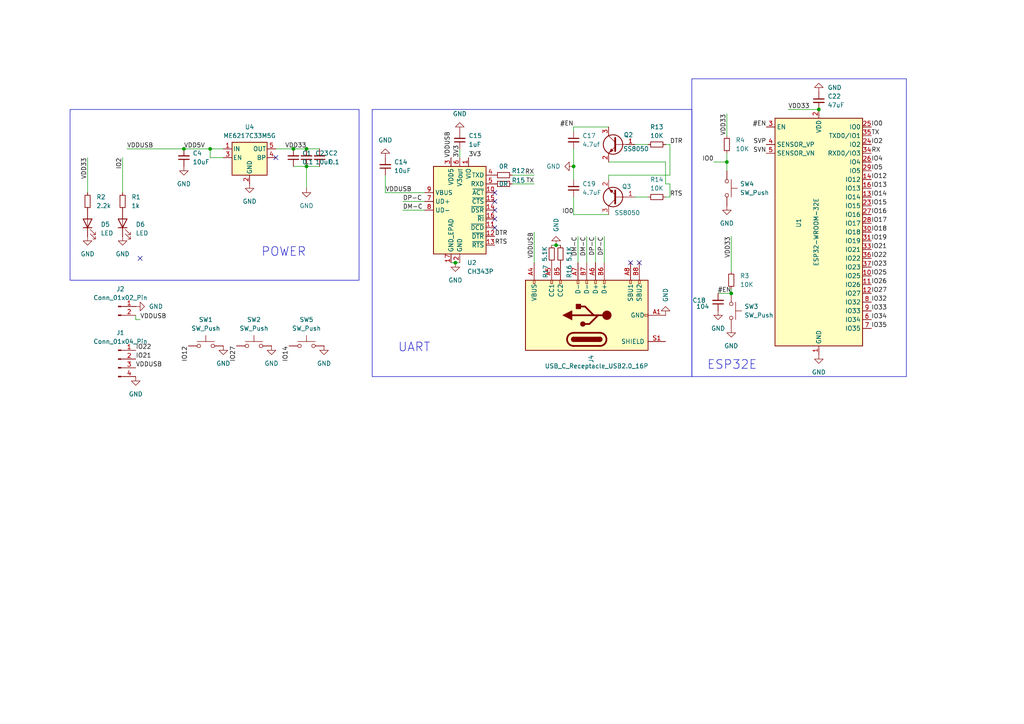
<source format=kicad_sch>
(kicad_sch
	(version 20250114)
	(generator "eeschema")
	(generator_version "9.0")
	(uuid "d9600b76-cb4d-4a92-90b8-f1ac5ee64477")
	(paper "A4")
	(lib_symbols
		(symbol "Connector:Conn_01x02_Pin"
			(pin_names
				(offset 1.016)
				(hide yes)
			)
			(exclude_from_sim no)
			(in_bom yes)
			(on_board yes)
			(property "Reference" "J"
				(at 0 2.54 0)
				(effects
					(font
						(size 1.27 1.27)
					)
				)
			)
			(property "Value" "Conn_01x02_Pin"
				(at 0 -5.08 0)
				(effects
					(font
						(size 1.27 1.27)
					)
				)
			)
			(property "Footprint" ""
				(at 0 0 0)
				(effects
					(font
						(size 1.27 1.27)
					)
					(hide yes)
				)
			)
			(property "Datasheet" "~"
				(at 0 0 0)
				(effects
					(font
						(size 1.27 1.27)
					)
					(hide yes)
				)
			)
			(property "Description" "Generic connector, single row, 01x02, script generated"
				(at 0 0 0)
				(effects
					(font
						(size 1.27 1.27)
					)
					(hide yes)
				)
			)
			(property "ki_locked" ""
				(at 0 0 0)
				(effects
					(font
						(size 1.27 1.27)
					)
				)
			)
			(property "ki_keywords" "connector"
				(at 0 0 0)
				(effects
					(font
						(size 1.27 1.27)
					)
					(hide yes)
				)
			)
			(property "ki_fp_filters" "Connector*:*_1x??_*"
				(at 0 0 0)
				(effects
					(font
						(size 1.27 1.27)
					)
					(hide yes)
				)
			)
			(symbol "Conn_01x02_Pin_1_1"
				(rectangle
					(start 0.8636 0.127)
					(end 0 -0.127)
					(stroke
						(width 0.1524)
						(type default)
					)
					(fill
						(type outline)
					)
				)
				(rectangle
					(start 0.8636 -2.413)
					(end 0 -2.667)
					(stroke
						(width 0.1524)
						(type default)
					)
					(fill
						(type outline)
					)
				)
				(polyline
					(pts
						(xy 1.27 0) (xy 0.8636 0)
					)
					(stroke
						(width 0.1524)
						(type default)
					)
					(fill
						(type none)
					)
				)
				(polyline
					(pts
						(xy 1.27 -2.54) (xy 0.8636 -2.54)
					)
					(stroke
						(width 0.1524)
						(type default)
					)
					(fill
						(type none)
					)
				)
				(pin passive line
					(at 5.08 0 180)
					(length 3.81)
					(name "Pin_1"
						(effects
							(font
								(size 1.27 1.27)
							)
						)
					)
					(number "1"
						(effects
							(font
								(size 1.27 1.27)
							)
						)
					)
				)
				(pin passive line
					(at 5.08 -2.54 180)
					(length 3.81)
					(name "Pin_2"
						(effects
							(font
								(size 1.27 1.27)
							)
						)
					)
					(number "2"
						(effects
							(font
								(size 1.27 1.27)
							)
						)
					)
				)
			)
			(embedded_fonts no)
		)
		(symbol "Connector:Conn_01x04_Pin"
			(pin_names
				(offset 1.016)
				(hide yes)
			)
			(exclude_from_sim no)
			(in_bom yes)
			(on_board yes)
			(property "Reference" "J"
				(at 0 5.08 0)
				(effects
					(font
						(size 1.27 1.27)
					)
				)
			)
			(property "Value" "Conn_01x04_Pin"
				(at 0 -7.62 0)
				(effects
					(font
						(size 1.27 1.27)
					)
				)
			)
			(property "Footprint" ""
				(at 0 0 0)
				(effects
					(font
						(size 1.27 1.27)
					)
					(hide yes)
				)
			)
			(property "Datasheet" "~"
				(at 0 0 0)
				(effects
					(font
						(size 1.27 1.27)
					)
					(hide yes)
				)
			)
			(property "Description" "Generic connector, single row, 01x04, script generated"
				(at 0 0 0)
				(effects
					(font
						(size 1.27 1.27)
					)
					(hide yes)
				)
			)
			(property "ki_locked" ""
				(at 0 0 0)
				(effects
					(font
						(size 1.27 1.27)
					)
				)
			)
			(property "ki_keywords" "connector"
				(at 0 0 0)
				(effects
					(font
						(size 1.27 1.27)
					)
					(hide yes)
				)
			)
			(property "ki_fp_filters" "Connector*:*_1x??_*"
				(at 0 0 0)
				(effects
					(font
						(size 1.27 1.27)
					)
					(hide yes)
				)
			)
			(symbol "Conn_01x04_Pin_1_1"
				(rectangle
					(start 0.8636 2.667)
					(end 0 2.413)
					(stroke
						(width 0.1524)
						(type default)
					)
					(fill
						(type outline)
					)
				)
				(rectangle
					(start 0.8636 0.127)
					(end 0 -0.127)
					(stroke
						(width 0.1524)
						(type default)
					)
					(fill
						(type outline)
					)
				)
				(rectangle
					(start 0.8636 -2.413)
					(end 0 -2.667)
					(stroke
						(width 0.1524)
						(type default)
					)
					(fill
						(type outline)
					)
				)
				(rectangle
					(start 0.8636 -4.953)
					(end 0 -5.207)
					(stroke
						(width 0.1524)
						(type default)
					)
					(fill
						(type outline)
					)
				)
				(polyline
					(pts
						(xy 1.27 2.54) (xy 0.8636 2.54)
					)
					(stroke
						(width 0.1524)
						(type default)
					)
					(fill
						(type none)
					)
				)
				(polyline
					(pts
						(xy 1.27 0) (xy 0.8636 0)
					)
					(stroke
						(width 0.1524)
						(type default)
					)
					(fill
						(type none)
					)
				)
				(polyline
					(pts
						(xy 1.27 -2.54) (xy 0.8636 -2.54)
					)
					(stroke
						(width 0.1524)
						(type default)
					)
					(fill
						(type none)
					)
				)
				(polyline
					(pts
						(xy 1.27 -5.08) (xy 0.8636 -5.08)
					)
					(stroke
						(width 0.1524)
						(type default)
					)
					(fill
						(type none)
					)
				)
				(pin passive line
					(at 5.08 2.54 180)
					(length 3.81)
					(name "Pin_1"
						(effects
							(font
								(size 1.27 1.27)
							)
						)
					)
					(number "1"
						(effects
							(font
								(size 1.27 1.27)
							)
						)
					)
				)
				(pin passive line
					(at 5.08 0 180)
					(length 3.81)
					(name "Pin_2"
						(effects
							(font
								(size 1.27 1.27)
							)
						)
					)
					(number "2"
						(effects
							(font
								(size 1.27 1.27)
							)
						)
					)
				)
				(pin passive line
					(at 5.08 -2.54 180)
					(length 3.81)
					(name "Pin_3"
						(effects
							(font
								(size 1.27 1.27)
							)
						)
					)
					(number "3"
						(effects
							(font
								(size 1.27 1.27)
							)
						)
					)
				)
				(pin passive line
					(at 5.08 -5.08 180)
					(length 3.81)
					(name "Pin_4"
						(effects
							(font
								(size 1.27 1.27)
							)
						)
					)
					(number "4"
						(effects
							(font
								(size 1.27 1.27)
							)
						)
					)
				)
			)
			(embedded_fonts no)
		)
		(symbol "Connector:USB_C_Receptacle_USB2.0_16P"
			(pin_names
				(offset 1.016)
			)
			(exclude_from_sim no)
			(in_bom yes)
			(on_board yes)
			(property "Reference" "J"
				(at 0 22.225 0)
				(effects
					(font
						(size 1.27 1.27)
					)
				)
			)
			(property "Value" "USB_C_Receptacle_USB2.0_16P"
				(at 0 19.685 0)
				(effects
					(font
						(size 1.27 1.27)
					)
				)
			)
			(property "Footprint" ""
				(at 3.81 0 0)
				(effects
					(font
						(size 1.27 1.27)
					)
					(hide yes)
				)
			)
			(property "Datasheet" "https://www.usb.org/sites/default/files/documents/usb_type-c.zip"
				(at 3.81 0 0)
				(effects
					(font
						(size 1.27 1.27)
					)
					(hide yes)
				)
			)
			(property "Description" "USB 2.0-only 16P Type-C Receptacle connector"
				(at 0 0 0)
				(effects
					(font
						(size 1.27 1.27)
					)
					(hide yes)
				)
			)
			(property "ki_keywords" "usb universal serial bus type-C USB2.0"
				(at 0 0 0)
				(effects
					(font
						(size 1.27 1.27)
					)
					(hide yes)
				)
			)
			(property "ki_fp_filters" "USB*C*Receptacle*"
				(at 0 0 0)
				(effects
					(font
						(size 1.27 1.27)
					)
					(hide yes)
				)
			)
			(symbol "USB_C_Receptacle_USB2.0_16P_0_0"
				(rectangle
					(start -0.254 -17.78)
					(end 0.254 -16.764)
					(stroke
						(width 0)
						(type default)
					)
					(fill
						(type none)
					)
				)
				(rectangle
					(start 10.16 15.494)
					(end 9.144 14.986)
					(stroke
						(width 0)
						(type default)
					)
					(fill
						(type none)
					)
				)
				(rectangle
					(start 10.16 10.414)
					(end 9.144 9.906)
					(stroke
						(width 0)
						(type default)
					)
					(fill
						(type none)
					)
				)
				(rectangle
					(start 10.16 7.874)
					(end 9.144 7.366)
					(stroke
						(width 0)
						(type default)
					)
					(fill
						(type none)
					)
				)
				(rectangle
					(start 10.16 2.794)
					(end 9.144 2.286)
					(stroke
						(width 0)
						(type default)
					)
					(fill
						(type none)
					)
				)
				(rectangle
					(start 10.16 0.254)
					(end 9.144 -0.254)
					(stroke
						(width 0)
						(type default)
					)
					(fill
						(type none)
					)
				)
				(rectangle
					(start 10.16 -2.286)
					(end 9.144 -2.794)
					(stroke
						(width 0)
						(type default)
					)
					(fill
						(type none)
					)
				)
				(rectangle
					(start 10.16 -4.826)
					(end 9.144 -5.334)
					(stroke
						(width 0)
						(type default)
					)
					(fill
						(type none)
					)
				)
				(rectangle
					(start 10.16 -12.446)
					(end 9.144 -12.954)
					(stroke
						(width 0)
						(type default)
					)
					(fill
						(type none)
					)
				)
				(rectangle
					(start 10.16 -14.986)
					(end 9.144 -15.494)
					(stroke
						(width 0)
						(type default)
					)
					(fill
						(type none)
					)
				)
			)
			(symbol "USB_C_Receptacle_USB2.0_16P_0_1"
				(rectangle
					(start -10.16 17.78)
					(end 10.16 -17.78)
					(stroke
						(width 0.254)
						(type default)
					)
					(fill
						(type background)
					)
				)
				(polyline
					(pts
						(xy -8.89 -3.81) (xy -8.89 3.81)
					)
					(stroke
						(width 0.508)
						(type default)
					)
					(fill
						(type none)
					)
				)
				(rectangle
					(start -7.62 -3.81)
					(end -6.35 3.81)
					(stroke
						(width 0.254)
						(type default)
					)
					(fill
						(type outline)
					)
				)
				(arc
					(start -7.62 3.81)
					(mid -6.985 4.4423)
					(end -6.35 3.81)
					(stroke
						(width 0.254)
						(type default)
					)
					(fill
						(type none)
					)
				)
				(arc
					(start -7.62 3.81)
					(mid -6.985 4.4423)
					(end -6.35 3.81)
					(stroke
						(width 0.254)
						(type default)
					)
					(fill
						(type outline)
					)
				)
				(arc
					(start -8.89 3.81)
					(mid -6.985 5.7067)
					(end -5.08 3.81)
					(stroke
						(width 0.508)
						(type default)
					)
					(fill
						(type none)
					)
				)
				(arc
					(start -5.08 -3.81)
					(mid -6.985 -5.7067)
					(end -8.89 -3.81)
					(stroke
						(width 0.508)
						(type default)
					)
					(fill
						(type none)
					)
				)
				(arc
					(start -6.35 -3.81)
					(mid -6.985 -4.4423)
					(end -7.62 -3.81)
					(stroke
						(width 0.254)
						(type default)
					)
					(fill
						(type none)
					)
				)
				(arc
					(start -6.35 -3.81)
					(mid -6.985 -4.4423)
					(end -7.62 -3.81)
					(stroke
						(width 0.254)
						(type default)
					)
					(fill
						(type outline)
					)
				)
				(polyline
					(pts
						(xy -5.08 3.81) (xy -5.08 -3.81)
					)
					(stroke
						(width 0.508)
						(type default)
					)
					(fill
						(type none)
					)
				)
				(circle
					(center -2.54 1.143)
					(radius 0.635)
					(stroke
						(width 0.254)
						(type default)
					)
					(fill
						(type outline)
					)
				)
				(polyline
					(pts
						(xy -1.27 4.318) (xy 0 6.858) (xy 1.27 4.318) (xy -1.27 4.318)
					)
					(stroke
						(width 0.254)
						(type default)
					)
					(fill
						(type outline)
					)
				)
				(polyline
					(pts
						(xy 0 -2.032) (xy 2.54 0.508) (xy 2.54 1.778)
					)
					(stroke
						(width 0.508)
						(type default)
					)
					(fill
						(type none)
					)
				)
				(polyline
					(pts
						(xy 0 -3.302) (xy -2.54 -0.762) (xy -2.54 0.508)
					)
					(stroke
						(width 0.508)
						(type default)
					)
					(fill
						(type none)
					)
				)
				(polyline
					(pts
						(xy 0 -5.842) (xy 0 4.318)
					)
					(stroke
						(width 0.508)
						(type default)
					)
					(fill
						(type none)
					)
				)
				(circle
					(center 0 -5.842)
					(radius 1.27)
					(stroke
						(width 0)
						(type default)
					)
					(fill
						(type outline)
					)
				)
				(rectangle
					(start 1.905 1.778)
					(end 3.175 3.048)
					(stroke
						(width 0.254)
						(type default)
					)
					(fill
						(type outline)
					)
				)
			)
			(symbol "USB_C_Receptacle_USB2.0_16P_1_1"
				(pin passive line
					(at -7.62 -22.86 90)
					(length 5.08)
					(name "SHIELD"
						(effects
							(font
								(size 1.27 1.27)
							)
						)
					)
					(number "S1"
						(effects
							(font
								(size 1.27 1.27)
							)
						)
					)
				)
				(pin passive line
					(at 0 -22.86 90)
					(length 5.08)
					(name "GND"
						(effects
							(font
								(size 1.27 1.27)
							)
						)
					)
					(number "A1"
						(effects
							(font
								(size 1.27 1.27)
							)
						)
					)
				)
				(pin passive line
					(at 0 -22.86 90)
					(length 5.08)
					(hide yes)
					(name "GND"
						(effects
							(font
								(size 1.27 1.27)
							)
						)
					)
					(number "A12"
						(effects
							(font
								(size 1.27 1.27)
							)
						)
					)
				)
				(pin passive line
					(at 0 -22.86 90)
					(length 5.08)
					(hide yes)
					(name "GND"
						(effects
							(font
								(size 1.27 1.27)
							)
						)
					)
					(number "B1"
						(effects
							(font
								(size 1.27 1.27)
							)
						)
					)
				)
				(pin passive line
					(at 0 -22.86 90)
					(length 5.08)
					(hide yes)
					(name "GND"
						(effects
							(font
								(size 1.27 1.27)
							)
						)
					)
					(number "B12"
						(effects
							(font
								(size 1.27 1.27)
							)
						)
					)
				)
				(pin passive line
					(at 15.24 15.24 180)
					(length 5.08)
					(name "VBUS"
						(effects
							(font
								(size 1.27 1.27)
							)
						)
					)
					(number "A4"
						(effects
							(font
								(size 1.27 1.27)
							)
						)
					)
				)
				(pin passive line
					(at 15.24 15.24 180)
					(length 5.08)
					(hide yes)
					(name "VBUS"
						(effects
							(font
								(size 1.27 1.27)
							)
						)
					)
					(number "A9"
						(effects
							(font
								(size 1.27 1.27)
							)
						)
					)
				)
				(pin passive line
					(at 15.24 15.24 180)
					(length 5.08)
					(hide yes)
					(name "VBUS"
						(effects
							(font
								(size 1.27 1.27)
							)
						)
					)
					(number "B4"
						(effects
							(font
								(size 1.27 1.27)
							)
						)
					)
				)
				(pin passive line
					(at 15.24 15.24 180)
					(length 5.08)
					(hide yes)
					(name "VBUS"
						(effects
							(font
								(size 1.27 1.27)
							)
						)
					)
					(number "B9"
						(effects
							(font
								(size 1.27 1.27)
							)
						)
					)
				)
				(pin bidirectional line
					(at 15.24 10.16 180)
					(length 5.08)
					(name "CC1"
						(effects
							(font
								(size 1.27 1.27)
							)
						)
					)
					(number "A5"
						(effects
							(font
								(size 1.27 1.27)
							)
						)
					)
				)
				(pin bidirectional line
					(at 15.24 7.62 180)
					(length 5.08)
					(name "CC2"
						(effects
							(font
								(size 1.27 1.27)
							)
						)
					)
					(number "B5"
						(effects
							(font
								(size 1.27 1.27)
							)
						)
					)
				)
				(pin bidirectional line
					(at 15.24 2.54 180)
					(length 5.08)
					(name "D-"
						(effects
							(font
								(size 1.27 1.27)
							)
						)
					)
					(number "A7"
						(effects
							(font
								(size 1.27 1.27)
							)
						)
					)
				)
				(pin bidirectional line
					(at 15.24 0 180)
					(length 5.08)
					(name "D-"
						(effects
							(font
								(size 1.27 1.27)
							)
						)
					)
					(number "B7"
						(effects
							(font
								(size 1.27 1.27)
							)
						)
					)
				)
				(pin bidirectional line
					(at 15.24 -2.54 180)
					(length 5.08)
					(name "D+"
						(effects
							(font
								(size 1.27 1.27)
							)
						)
					)
					(number "A6"
						(effects
							(font
								(size 1.27 1.27)
							)
						)
					)
				)
				(pin bidirectional line
					(at 15.24 -5.08 180)
					(length 5.08)
					(name "D+"
						(effects
							(font
								(size 1.27 1.27)
							)
						)
					)
					(number "B6"
						(effects
							(font
								(size 1.27 1.27)
							)
						)
					)
				)
				(pin bidirectional line
					(at 15.24 -12.7 180)
					(length 5.08)
					(name "SBU1"
						(effects
							(font
								(size 1.27 1.27)
							)
						)
					)
					(number "A8"
						(effects
							(font
								(size 1.27 1.27)
							)
						)
					)
				)
				(pin bidirectional line
					(at 15.24 -15.24 180)
					(length 5.08)
					(name "SBU2"
						(effects
							(font
								(size 1.27 1.27)
							)
						)
					)
					(number "B8"
						(effects
							(font
								(size 1.27 1.27)
							)
						)
					)
				)
			)
			(embedded_fonts no)
		)
		(symbol "Device:C_Small"
			(pin_numbers
				(hide yes)
			)
			(pin_names
				(offset 0.254)
				(hide yes)
			)
			(exclude_from_sim no)
			(in_bom yes)
			(on_board yes)
			(property "Reference" "C"
				(at 0.254 1.778 0)
				(effects
					(font
						(size 1.27 1.27)
					)
					(justify left)
				)
			)
			(property "Value" "C_Small"
				(at 0.254 -2.032 0)
				(effects
					(font
						(size 1.27 1.27)
					)
					(justify left)
				)
			)
			(property "Footprint" ""
				(at 0 0 0)
				(effects
					(font
						(size 1.27 1.27)
					)
					(hide yes)
				)
			)
			(property "Datasheet" "~"
				(at 0 0 0)
				(effects
					(font
						(size 1.27 1.27)
					)
					(hide yes)
				)
			)
			(property "Description" "Unpolarized capacitor, small symbol"
				(at 0 0 0)
				(effects
					(font
						(size 1.27 1.27)
					)
					(hide yes)
				)
			)
			(property "ki_keywords" "capacitor cap"
				(at 0 0 0)
				(effects
					(font
						(size 1.27 1.27)
					)
					(hide yes)
				)
			)
			(property "ki_fp_filters" "C_*"
				(at 0 0 0)
				(effects
					(font
						(size 1.27 1.27)
					)
					(hide yes)
				)
			)
			(symbol "C_Small_0_1"
				(polyline
					(pts
						(xy -1.524 0.508) (xy 1.524 0.508)
					)
					(stroke
						(width 0.3048)
						(type default)
					)
					(fill
						(type none)
					)
				)
				(polyline
					(pts
						(xy -1.524 -0.508) (xy 1.524 -0.508)
					)
					(stroke
						(width 0.3302)
						(type default)
					)
					(fill
						(type none)
					)
				)
			)
			(symbol "C_Small_1_1"
				(pin passive line
					(at 0 2.54 270)
					(length 2.032)
					(name "~"
						(effects
							(font
								(size 1.27 1.27)
							)
						)
					)
					(number "1"
						(effects
							(font
								(size 1.27 1.27)
							)
						)
					)
				)
				(pin passive line
					(at 0 -2.54 90)
					(length 2.032)
					(name "~"
						(effects
							(font
								(size 1.27 1.27)
							)
						)
					)
					(number "2"
						(effects
							(font
								(size 1.27 1.27)
							)
						)
					)
				)
			)
			(embedded_fonts no)
		)
		(symbol "Device:LED"
			(pin_numbers
				(hide yes)
			)
			(pin_names
				(offset 1.016)
				(hide yes)
			)
			(exclude_from_sim no)
			(in_bom yes)
			(on_board yes)
			(property "Reference" "D"
				(at 0 2.54 0)
				(effects
					(font
						(size 1.27 1.27)
					)
				)
			)
			(property "Value" "LED"
				(at 0 -2.54 0)
				(effects
					(font
						(size 1.27 1.27)
					)
				)
			)
			(property "Footprint" ""
				(at 0 0 0)
				(effects
					(font
						(size 1.27 1.27)
					)
					(hide yes)
				)
			)
			(property "Datasheet" "~"
				(at 0 0 0)
				(effects
					(font
						(size 1.27 1.27)
					)
					(hide yes)
				)
			)
			(property "Description" "Light emitting diode"
				(at 0 0 0)
				(effects
					(font
						(size 1.27 1.27)
					)
					(hide yes)
				)
			)
			(property "Sim.Pins" "1=K 2=A"
				(at 0 0 0)
				(effects
					(font
						(size 1.27 1.27)
					)
					(hide yes)
				)
			)
			(property "ki_keywords" "LED diode"
				(at 0 0 0)
				(effects
					(font
						(size 1.27 1.27)
					)
					(hide yes)
				)
			)
			(property "ki_fp_filters" "LED* LED_SMD:* LED_THT:*"
				(at 0 0 0)
				(effects
					(font
						(size 1.27 1.27)
					)
					(hide yes)
				)
			)
			(symbol "LED_0_1"
				(polyline
					(pts
						(xy -3.048 -0.762) (xy -4.572 -2.286) (xy -3.81 -2.286) (xy -4.572 -2.286) (xy -4.572 -1.524)
					)
					(stroke
						(width 0)
						(type default)
					)
					(fill
						(type none)
					)
				)
				(polyline
					(pts
						(xy -1.778 -0.762) (xy -3.302 -2.286) (xy -2.54 -2.286) (xy -3.302 -2.286) (xy -3.302 -1.524)
					)
					(stroke
						(width 0)
						(type default)
					)
					(fill
						(type none)
					)
				)
				(polyline
					(pts
						(xy -1.27 0) (xy 1.27 0)
					)
					(stroke
						(width 0)
						(type default)
					)
					(fill
						(type none)
					)
				)
				(polyline
					(pts
						(xy -1.27 -1.27) (xy -1.27 1.27)
					)
					(stroke
						(width 0.254)
						(type default)
					)
					(fill
						(type none)
					)
				)
				(polyline
					(pts
						(xy 1.27 -1.27) (xy 1.27 1.27) (xy -1.27 0) (xy 1.27 -1.27)
					)
					(stroke
						(width 0.254)
						(type default)
					)
					(fill
						(type none)
					)
				)
			)
			(symbol "LED_1_1"
				(pin passive line
					(at -3.81 0 0)
					(length 2.54)
					(name "K"
						(effects
							(font
								(size 1.27 1.27)
							)
						)
					)
					(number "1"
						(effects
							(font
								(size 1.27 1.27)
							)
						)
					)
				)
				(pin passive line
					(at 3.81 0 180)
					(length 2.54)
					(name "A"
						(effects
							(font
								(size 1.27 1.27)
							)
						)
					)
					(number "2"
						(effects
							(font
								(size 1.27 1.27)
							)
						)
					)
				)
			)
			(embedded_fonts no)
		)
		(symbol "Device:R_Small"
			(pin_numbers
				(hide yes)
			)
			(pin_names
				(offset 0.254)
				(hide yes)
			)
			(exclude_from_sim no)
			(in_bom yes)
			(on_board yes)
			(property "Reference" "R"
				(at 0.762 0.508 0)
				(effects
					(font
						(size 1.27 1.27)
					)
					(justify left)
				)
			)
			(property "Value" "R_Small"
				(at 0.762 -1.016 0)
				(effects
					(font
						(size 1.27 1.27)
					)
					(justify left)
				)
			)
			(property "Footprint" ""
				(at 0 0 0)
				(effects
					(font
						(size 1.27 1.27)
					)
					(hide yes)
				)
			)
			(property "Datasheet" "~"
				(at 0 0 0)
				(effects
					(font
						(size 1.27 1.27)
					)
					(hide yes)
				)
			)
			(property "Description" "Resistor, small symbol"
				(at 0 0 0)
				(effects
					(font
						(size 1.27 1.27)
					)
					(hide yes)
				)
			)
			(property "ki_keywords" "R resistor"
				(at 0 0 0)
				(effects
					(font
						(size 1.27 1.27)
					)
					(hide yes)
				)
			)
			(property "ki_fp_filters" "R_*"
				(at 0 0 0)
				(effects
					(font
						(size 1.27 1.27)
					)
					(hide yes)
				)
			)
			(symbol "R_Small_0_1"
				(rectangle
					(start -0.762 1.778)
					(end 0.762 -1.778)
					(stroke
						(width 0.2032)
						(type default)
					)
					(fill
						(type none)
					)
				)
			)
			(symbol "R_Small_1_1"
				(pin passive line
					(at 0 2.54 270)
					(length 0.762)
					(name "~"
						(effects
							(font
								(size 1.27 1.27)
							)
						)
					)
					(number "1"
						(effects
							(font
								(size 1.27 1.27)
							)
						)
					)
				)
				(pin passive line
					(at 0 -2.54 90)
					(length 0.762)
					(name "~"
						(effects
							(font
								(size 1.27 1.27)
							)
						)
					)
					(number "2"
						(effects
							(font
								(size 1.27 1.27)
							)
						)
					)
				)
			)
			(embedded_fonts no)
		)
		(symbol "Interface_USB:CH343P"
			(exclude_from_sim no)
			(in_bom yes)
			(on_board yes)
			(property "Reference" "U"
				(at -8.89 13.97 0)
				(effects
					(font
						(size 1.27 1.27)
					)
				)
			)
			(property "Value" "CH343P"
				(at 7.62 13.97 0)
				(effects
					(font
						(size 1.27 1.27)
					)
				)
			)
			(property "Footprint" "Package_DFN_QFN:WCH_QFN-16-1EP_3x3mm_P0.5mm_EP1.8x1.8mm"
				(at 5.08 -15.24 0)
				(effects
					(font
						(size 1.27 1.27)
					)
					(justify left)
					(hide yes)
				)
			)
			(property "Datasheet" "https://www.wch-ic.com/downloads/CH343DS1_PDF.html"
				(at 5.08 -17.78 0)
				(effects
					(font
						(size 1.27 1.27)
					)
					(justify left)
					(hide yes)
				)
			)
			(property "Description" "High-Speed USB serial converter, up to 6Mbps, 3.3V or 5V supply, UART, QFN-16"
				(at 36.83 -20.32 0)
				(effects
					(font
						(size 1.27 1.27)
					)
					(hide yes)
				)
			)
			(property "ki_keywords" "UART Interface crystalless Winchip WCH"
				(at 0 0 0)
				(effects
					(font
						(size 1.27 1.27)
					)
					(hide yes)
				)
			)
			(property "ki_fp_filters" "*QFN*3x3mm*P0.5mm*EP1.8x1.8mm*"
				(at 0 0 0)
				(effects
					(font
						(size 1.27 1.27)
					)
					(hide yes)
				)
			)
			(symbol "CH343P_0_1"
				(rectangle
					(start -7.62 12.7)
					(end 7.62 -12.7)
					(stroke
						(width 0.254)
						(type default)
					)
					(fill
						(type background)
					)
				)
			)
			(symbol "CH343P_1_0"
				(pin power_in line
					(at -2.54 -15.24 90)
					(length 2.54)
					(name "GND_EPAD"
						(effects
							(font
								(size 1.27 1.27)
							)
						)
					)
					(number "17"
						(effects
							(font
								(size 1.27 1.27)
							)
						)
					)
				)
				(pin power_in line
					(at 0 -15.24 90)
					(length 2.54)
					(name "GND"
						(effects
							(font
								(size 1.27 1.27)
							)
						)
					)
					(number "2"
						(effects
							(font
								(size 1.27 1.27)
							)
						)
					)
				)
			)
			(symbol "CH343P_1_1"
				(pin input line
					(at -10.16 5.08 0)
					(length 2.54)
					(name "VBUS"
						(effects
							(font
								(size 1.27 1.27)
							)
						)
					)
					(number "9"
						(effects
							(font
								(size 1.27 1.27)
							)
						)
					)
				)
				(pin bidirectional line
					(at -10.16 2.54 0)
					(length 2.54)
					(name "UD+"
						(effects
							(font
								(size 1.27 1.27)
							)
						)
					)
					(number "7"
						(effects
							(font
								(size 1.27 1.27)
							)
						)
					)
				)
				(pin bidirectional line
					(at -10.16 0 0)
					(length 2.54)
					(name "UD-"
						(effects
							(font
								(size 1.27 1.27)
							)
						)
					)
					(number "8"
						(effects
							(font
								(size 1.27 1.27)
							)
						)
					)
				)
				(pin power_in line
					(at -2.54 15.24 270)
					(length 2.54)
					(name "VDD5"
						(effects
							(font
								(size 1.27 1.27)
							)
						)
					)
					(number "3"
						(effects
							(font
								(size 1.27 1.27)
							)
						)
					)
				)
				(pin power_out line
					(at 0 15.24 270)
					(length 2.54)
					(name "V3_{OUT}"
						(effects
							(font
								(size 1.27 1.27)
							)
						)
					)
					(number "6"
						(effects
							(font
								(size 1.27 1.27)
							)
						)
					)
					(alternate "V3_{IN}" power_in line)
				)
				(pin power_in line
					(at 2.54 15.24 270)
					(length 2.54)
					(name "VIO"
						(effects
							(font
								(size 1.27 1.27)
							)
						)
					)
					(number "1"
						(effects
							(font
								(size 1.27 1.27)
							)
						)
					)
				)
				(pin output line
					(at 10.16 10.16 180)
					(length 2.54)
					(name "TXD"
						(effects
							(font
								(size 1.27 1.27)
							)
						)
					)
					(number "4"
						(effects
							(font
								(size 1.27 1.27)
							)
						)
					)
				)
				(pin input line
					(at 10.16 7.62 180)
					(length 2.54)
					(name "RXD"
						(effects
							(font
								(size 1.27 1.27)
							)
						)
					)
					(number "5"
						(effects
							(font
								(size 1.27 1.27)
							)
						)
					)
				)
				(pin output line
					(at 10.16 5.08 180)
					(length 2.54)
					(name "~{ACT}"
						(effects
							(font
								(size 1.27 1.27)
							)
						)
					)
					(number "10"
						(effects
							(font
								(size 1.27 1.27)
							)
						)
					)
				)
				(pin input line
					(at 10.16 2.54 180)
					(length 2.54)
					(name "~{CTS}"
						(effects
							(font
								(size 1.27 1.27)
							)
						)
					)
					(number "15"
						(effects
							(font
								(size 1.27 1.27)
							)
						)
					)
				)
				(pin input line
					(at 10.16 0 180)
					(length 2.54)
					(name "~{DSR}"
						(effects
							(font
								(size 1.27 1.27)
							)
						)
					)
					(number "14"
						(effects
							(font
								(size 1.27 1.27)
							)
						)
					)
				)
				(pin input line
					(at 10.16 -2.54 180)
					(length 2.54)
					(name "~{RI}"
						(effects
							(font
								(size 1.27 1.27)
							)
						)
					)
					(number "16"
						(effects
							(font
								(size 1.27 1.27)
							)
						)
					)
				)
				(pin input line
					(at 10.16 -5.08 180)
					(length 2.54)
					(name "~{DCD}"
						(effects
							(font
								(size 1.27 1.27)
							)
						)
					)
					(number "11"
						(effects
							(font
								(size 1.27 1.27)
							)
						)
					)
				)
				(pin output line
					(at 10.16 -7.62 180)
					(length 2.54)
					(name "~{DTR}"
						(effects
							(font
								(size 1.27 1.27)
							)
						)
					)
					(number "12"
						(effects
							(font
								(size 1.27 1.27)
							)
						)
					)
				)
				(pin output line
					(at 10.16 -10.16 180)
					(length 2.54)
					(name "~{RTS}"
						(effects
							(font
								(size 1.27 1.27)
							)
						)
					)
					(number "13"
						(effects
							(font
								(size 1.27 1.27)
							)
						)
					)
				)
			)
			(embedded_fonts no)
		)
		(symbol "RF_Module:ESP32-WROOM-32E"
			(exclude_from_sim no)
			(in_bom yes)
			(on_board yes)
			(property "Reference" "U"
				(at -12.7 34.29 0)
				(effects
					(font
						(size 1.27 1.27)
					)
					(justify left)
				)
			)
			(property "Value" "ESP32-WROOM-32E"
				(at 1.27 34.29 0)
				(effects
					(font
						(size 1.27 1.27)
					)
					(justify left)
				)
			)
			(property "Footprint" "RF_Module:ESP32-WROOM-32D"
				(at 16.51 -34.29 0)
				(effects
					(font
						(size 1.27 1.27)
					)
					(hide yes)
				)
			)
			(property "Datasheet" "https://www.espressif.com/sites/default/files/documentation/esp32-wroom-32e_esp32-wroom-32ue_datasheet_en.pdf"
				(at 0 0 0)
				(effects
					(font
						(size 1.27 1.27)
					)
					(hide yes)
				)
			)
			(property "Description" "RF Module, ESP32-D0WD-V3 SoC, without PSRAM, Wi-Fi 802.11b/g/n, Bluetooth, BLE, 32-bit, 2.7-3.6V, onboard antenna, SMD"
				(at 0 0 0)
				(effects
					(font
						(size 1.27 1.27)
					)
					(hide yes)
				)
			)
			(property "ki_keywords" "RF Radio BT ESP ESP32 Espressif onboard PCB antenna"
				(at 0 0 0)
				(effects
					(font
						(size 1.27 1.27)
					)
					(hide yes)
				)
			)
			(property "ki_fp_filters" "ESP32?WROOM?32D*"
				(at 0 0 0)
				(effects
					(font
						(size 1.27 1.27)
					)
					(hide yes)
				)
			)
			(symbol "ESP32-WROOM-32E_0_1"
				(rectangle
					(start -12.7 33.02)
					(end 12.7 -33.02)
					(stroke
						(width 0.254)
						(type default)
					)
					(fill
						(type background)
					)
				)
			)
			(symbol "ESP32-WROOM-32E_1_1"
				(pin input line
					(at -15.24 30.48 0)
					(length 2.54)
					(name "EN"
						(effects
							(font
								(size 1.27 1.27)
							)
						)
					)
					(number "3"
						(effects
							(font
								(size 1.27 1.27)
							)
						)
					)
				)
				(pin input line
					(at -15.24 25.4 0)
					(length 2.54)
					(name "SENSOR_VP"
						(effects
							(font
								(size 1.27 1.27)
							)
						)
					)
					(number "4"
						(effects
							(font
								(size 1.27 1.27)
							)
						)
					)
				)
				(pin input line
					(at -15.24 22.86 0)
					(length 2.54)
					(name "SENSOR_VN"
						(effects
							(font
								(size 1.27 1.27)
							)
						)
					)
					(number "5"
						(effects
							(font
								(size 1.27 1.27)
							)
						)
					)
				)
				(pin no_connect line
					(at -12.7 0 0)
					(length 2.54)
					(hide yes)
					(name "NC"
						(effects
							(font
								(size 1.27 1.27)
							)
						)
					)
					(number "21"
						(effects
							(font
								(size 1.27 1.27)
							)
						)
					)
				)
				(pin no_connect line
					(at -12.7 -2.54 0)
					(length 2.54)
					(hide yes)
					(name "NC"
						(effects
							(font
								(size 1.27 1.27)
							)
						)
					)
					(number "22"
						(effects
							(font
								(size 1.27 1.27)
							)
						)
					)
				)
				(pin no_connect line
					(at -12.7 -5.08 0)
					(length 2.54)
					(hide yes)
					(name "NC"
						(effects
							(font
								(size 1.27 1.27)
							)
						)
					)
					(number "17"
						(effects
							(font
								(size 1.27 1.27)
							)
						)
					)
				)
				(pin no_connect line
					(at -12.7 -7.62 0)
					(length 2.54)
					(hide yes)
					(name "NC"
						(effects
							(font
								(size 1.27 1.27)
							)
						)
					)
					(number "18"
						(effects
							(font
								(size 1.27 1.27)
							)
						)
					)
				)
				(pin no_connect line
					(at -12.7 -10.16 0)
					(length 2.54)
					(hide yes)
					(name "NC"
						(effects
							(font
								(size 1.27 1.27)
							)
						)
					)
					(number "20"
						(effects
							(font
								(size 1.27 1.27)
							)
						)
					)
				)
				(pin no_connect line
					(at -12.7 -12.7 0)
					(length 2.54)
					(hide yes)
					(name "NC"
						(effects
							(font
								(size 1.27 1.27)
							)
						)
					)
					(number "19"
						(effects
							(font
								(size 1.27 1.27)
							)
						)
					)
				)
				(pin no_connect line
					(at -12.7 -27.94 0)
					(length 2.54)
					(hide yes)
					(name "NC"
						(effects
							(font
								(size 1.27 1.27)
							)
						)
					)
					(number "32"
						(effects
							(font
								(size 1.27 1.27)
							)
						)
					)
				)
				(pin power_in line
					(at 0 35.56 270)
					(length 2.54)
					(name "VDD"
						(effects
							(font
								(size 1.27 1.27)
							)
						)
					)
					(number "2"
						(effects
							(font
								(size 1.27 1.27)
							)
						)
					)
				)
				(pin power_in line
					(at 0 -35.56 90)
					(length 2.54)
					(name "GND"
						(effects
							(font
								(size 1.27 1.27)
							)
						)
					)
					(number "1"
						(effects
							(font
								(size 1.27 1.27)
							)
						)
					)
				)
				(pin passive line
					(at 0 -35.56 90)
					(length 2.54)
					(hide yes)
					(name "GND"
						(effects
							(font
								(size 1.27 1.27)
							)
						)
					)
					(number "15"
						(effects
							(font
								(size 1.27 1.27)
							)
						)
					)
				)
				(pin passive line
					(at 0 -35.56 90)
					(length 2.54)
					(hide yes)
					(name "GND"
						(effects
							(font
								(size 1.27 1.27)
							)
						)
					)
					(number "38"
						(effects
							(font
								(size 1.27 1.27)
							)
						)
					)
				)
				(pin passive line
					(at 0 -35.56 90)
					(length 2.54)
					(hide yes)
					(name "GND"
						(effects
							(font
								(size 1.27 1.27)
							)
						)
					)
					(number "39"
						(effects
							(font
								(size 1.27 1.27)
							)
						)
					)
				)
				(pin bidirectional line
					(at 15.24 30.48 180)
					(length 2.54)
					(name "IO0"
						(effects
							(font
								(size 1.27 1.27)
							)
						)
					)
					(number "25"
						(effects
							(font
								(size 1.27 1.27)
							)
						)
					)
				)
				(pin bidirectional line
					(at 15.24 27.94 180)
					(length 2.54)
					(name "TXD0/IO1"
						(effects
							(font
								(size 1.27 1.27)
							)
						)
					)
					(number "35"
						(effects
							(font
								(size 1.27 1.27)
							)
						)
					)
				)
				(pin bidirectional line
					(at 15.24 25.4 180)
					(length 2.54)
					(name "IO2"
						(effects
							(font
								(size 1.27 1.27)
							)
						)
					)
					(number "24"
						(effects
							(font
								(size 1.27 1.27)
							)
						)
					)
				)
				(pin bidirectional line
					(at 15.24 22.86 180)
					(length 2.54)
					(name "RXD0/IO3"
						(effects
							(font
								(size 1.27 1.27)
							)
						)
					)
					(number "34"
						(effects
							(font
								(size 1.27 1.27)
							)
						)
					)
				)
				(pin bidirectional line
					(at 15.24 20.32 180)
					(length 2.54)
					(name "IO4"
						(effects
							(font
								(size 1.27 1.27)
							)
						)
					)
					(number "26"
						(effects
							(font
								(size 1.27 1.27)
							)
						)
					)
				)
				(pin bidirectional line
					(at 15.24 17.78 180)
					(length 2.54)
					(name "IO5"
						(effects
							(font
								(size 1.27 1.27)
							)
						)
					)
					(number "29"
						(effects
							(font
								(size 1.27 1.27)
							)
						)
					)
				)
				(pin bidirectional line
					(at 15.24 15.24 180)
					(length 2.54)
					(name "IO12"
						(effects
							(font
								(size 1.27 1.27)
							)
						)
					)
					(number "14"
						(effects
							(font
								(size 1.27 1.27)
							)
						)
					)
				)
				(pin bidirectional line
					(at 15.24 12.7 180)
					(length 2.54)
					(name "IO13"
						(effects
							(font
								(size 1.27 1.27)
							)
						)
					)
					(number "16"
						(effects
							(font
								(size 1.27 1.27)
							)
						)
					)
				)
				(pin bidirectional line
					(at 15.24 10.16 180)
					(length 2.54)
					(name "IO14"
						(effects
							(font
								(size 1.27 1.27)
							)
						)
					)
					(number "13"
						(effects
							(font
								(size 1.27 1.27)
							)
						)
					)
				)
				(pin bidirectional line
					(at 15.24 7.62 180)
					(length 2.54)
					(name "IO15"
						(effects
							(font
								(size 1.27 1.27)
							)
						)
					)
					(number "23"
						(effects
							(font
								(size 1.27 1.27)
							)
						)
					)
				)
				(pin bidirectional line
					(at 15.24 5.08 180)
					(length 2.54)
					(name "IO16"
						(effects
							(font
								(size 1.27 1.27)
							)
						)
					)
					(number "27"
						(effects
							(font
								(size 1.27 1.27)
							)
						)
					)
				)
				(pin bidirectional line
					(at 15.24 2.54 180)
					(length 2.54)
					(name "IO17"
						(effects
							(font
								(size 1.27 1.27)
							)
						)
					)
					(number "28"
						(effects
							(font
								(size 1.27 1.27)
							)
						)
					)
				)
				(pin bidirectional line
					(at 15.24 0 180)
					(length 2.54)
					(name "IO18"
						(effects
							(font
								(size 1.27 1.27)
							)
						)
					)
					(number "30"
						(effects
							(font
								(size 1.27 1.27)
							)
						)
					)
				)
				(pin bidirectional line
					(at 15.24 -2.54 180)
					(length 2.54)
					(name "IO19"
						(effects
							(font
								(size 1.27 1.27)
							)
						)
					)
					(number "31"
						(effects
							(font
								(size 1.27 1.27)
							)
						)
					)
				)
				(pin bidirectional line
					(at 15.24 -5.08 180)
					(length 2.54)
					(name "IO21"
						(effects
							(font
								(size 1.27 1.27)
							)
						)
					)
					(number "33"
						(effects
							(font
								(size 1.27 1.27)
							)
						)
					)
				)
				(pin bidirectional line
					(at 15.24 -7.62 180)
					(length 2.54)
					(name "IO22"
						(effects
							(font
								(size 1.27 1.27)
							)
						)
					)
					(number "36"
						(effects
							(font
								(size 1.27 1.27)
							)
						)
					)
				)
				(pin bidirectional line
					(at 15.24 -10.16 180)
					(length 2.54)
					(name "IO23"
						(effects
							(font
								(size 1.27 1.27)
							)
						)
					)
					(number "37"
						(effects
							(font
								(size 1.27 1.27)
							)
						)
					)
				)
				(pin bidirectional line
					(at 15.24 -12.7 180)
					(length 2.54)
					(name "IO25"
						(effects
							(font
								(size 1.27 1.27)
							)
						)
					)
					(number "10"
						(effects
							(font
								(size 1.27 1.27)
							)
						)
					)
				)
				(pin bidirectional line
					(at 15.24 -15.24 180)
					(length 2.54)
					(name "IO26"
						(effects
							(font
								(size 1.27 1.27)
							)
						)
					)
					(number "11"
						(effects
							(font
								(size 1.27 1.27)
							)
						)
					)
				)
				(pin bidirectional line
					(at 15.24 -17.78 180)
					(length 2.54)
					(name "IO27"
						(effects
							(font
								(size 1.27 1.27)
							)
						)
					)
					(number "12"
						(effects
							(font
								(size 1.27 1.27)
							)
						)
					)
				)
				(pin bidirectional line
					(at 15.24 -20.32 180)
					(length 2.54)
					(name "IO32"
						(effects
							(font
								(size 1.27 1.27)
							)
						)
					)
					(number "8"
						(effects
							(font
								(size 1.27 1.27)
							)
						)
					)
				)
				(pin bidirectional line
					(at 15.24 -22.86 180)
					(length 2.54)
					(name "IO33"
						(effects
							(font
								(size 1.27 1.27)
							)
						)
					)
					(number "9"
						(effects
							(font
								(size 1.27 1.27)
							)
						)
					)
				)
				(pin input line
					(at 15.24 -25.4 180)
					(length 2.54)
					(name "IO34"
						(effects
							(font
								(size 1.27 1.27)
							)
						)
					)
					(number "6"
						(effects
							(font
								(size 1.27 1.27)
							)
						)
					)
				)
				(pin input line
					(at 15.24 -27.94 180)
					(length 2.54)
					(name "IO35"
						(effects
							(font
								(size 1.27 1.27)
							)
						)
					)
					(number "7"
						(effects
							(font
								(size 1.27 1.27)
							)
						)
					)
				)
			)
			(embedded_fonts no)
		)
		(symbol "Regulator_Linear:MIC5219-2.5YM5"
			(pin_names
				(offset 0.254)
			)
			(exclude_from_sim no)
			(in_bom yes)
			(on_board yes)
			(property "Reference" "U"
				(at -3.81 5.715 0)
				(effects
					(font
						(size 1.27 1.27)
					)
				)
			)
			(property "Value" "MIC5219-2.5YM5"
				(at 0 5.715 0)
				(effects
					(font
						(size 1.27 1.27)
					)
					(justify left)
				)
			)
			(property "Footprint" "Package_TO_SOT_SMD:SOT-23-5"
				(at 0 8.255 0)
				(effects
					(font
						(size 1.27 1.27)
					)
					(hide yes)
				)
			)
			(property "Datasheet" "http://ww1.microchip.com/downloads/en/DeviceDoc/MIC5219-500mA-Peak-Output-LDO-Regulator-DS20006021A.pdf"
				(at 0 0 0)
				(effects
					(font
						(size 1.27 1.27)
					)
					(hide yes)
				)
			)
			(property "Description" "500mA low dropout linear regulator, fixed 2.5V output, SOT-23-5"
				(at 0 0 0)
				(effects
					(font
						(size 1.27 1.27)
					)
					(hide yes)
				)
			)
			(property "ki_keywords" "500mA ultra-low-noise LDO linear voltage regulator fixed positive"
				(at 0 0 0)
				(effects
					(font
						(size 1.27 1.27)
					)
					(hide yes)
				)
			)
			(property "ki_fp_filters" "SOT?23*"
				(at 0 0 0)
				(effects
					(font
						(size 1.27 1.27)
					)
					(hide yes)
				)
			)
			(symbol "MIC5219-2.5YM5_0_1"
				(rectangle
					(start -5.08 4.445)
					(end 5.08 -5.08)
					(stroke
						(width 0.254)
						(type default)
					)
					(fill
						(type background)
					)
				)
			)
			(symbol "MIC5219-2.5YM5_1_1"
				(pin power_in line
					(at -7.62 2.54 0)
					(length 2.54)
					(name "IN"
						(effects
							(font
								(size 1.27 1.27)
							)
						)
					)
					(number "1"
						(effects
							(font
								(size 1.27 1.27)
							)
						)
					)
				)
				(pin input line
					(at -7.62 0 0)
					(length 2.54)
					(name "EN"
						(effects
							(font
								(size 1.27 1.27)
							)
						)
					)
					(number "3"
						(effects
							(font
								(size 1.27 1.27)
							)
						)
					)
				)
				(pin power_in line
					(at 0 -7.62 90)
					(length 2.54)
					(name "GND"
						(effects
							(font
								(size 1.27 1.27)
							)
						)
					)
					(number "2"
						(effects
							(font
								(size 1.27 1.27)
							)
						)
					)
				)
				(pin power_out line
					(at 7.62 2.54 180)
					(length 2.54)
					(name "OUT"
						(effects
							(font
								(size 1.27 1.27)
							)
						)
					)
					(number "5"
						(effects
							(font
								(size 1.27 1.27)
							)
						)
					)
				)
				(pin input line
					(at 7.62 0 180)
					(length 2.54)
					(name "BP"
						(effects
							(font
								(size 1.27 1.27)
							)
						)
					)
					(number "4"
						(effects
							(font
								(size 1.27 1.27)
							)
						)
					)
				)
			)
			(embedded_fonts no)
		)
		(symbol "Switch:SW_Push"
			(pin_numbers
				(hide yes)
			)
			(pin_names
				(offset 1.016)
				(hide yes)
			)
			(exclude_from_sim no)
			(in_bom yes)
			(on_board yes)
			(property "Reference" "SW"
				(at 1.27 2.54 0)
				(effects
					(font
						(size 1.27 1.27)
					)
					(justify left)
				)
			)
			(property "Value" "SW_Push"
				(at 0 -1.524 0)
				(effects
					(font
						(size 1.27 1.27)
					)
				)
			)
			(property "Footprint" ""
				(at 0 5.08 0)
				(effects
					(font
						(size 1.27 1.27)
					)
					(hide yes)
				)
			)
			(property "Datasheet" "~"
				(at 0 5.08 0)
				(effects
					(font
						(size 1.27 1.27)
					)
					(hide yes)
				)
			)
			(property "Description" "Push button switch, generic, two pins"
				(at 0 0 0)
				(effects
					(font
						(size 1.27 1.27)
					)
					(hide yes)
				)
			)
			(property "ki_keywords" "switch normally-open pushbutton push-button"
				(at 0 0 0)
				(effects
					(font
						(size 1.27 1.27)
					)
					(hide yes)
				)
			)
			(symbol "SW_Push_0_1"
				(circle
					(center -2.032 0)
					(radius 0.508)
					(stroke
						(width 0)
						(type default)
					)
					(fill
						(type none)
					)
				)
				(polyline
					(pts
						(xy 0 1.27) (xy 0 3.048)
					)
					(stroke
						(width 0)
						(type default)
					)
					(fill
						(type none)
					)
				)
				(circle
					(center 2.032 0)
					(radius 0.508)
					(stroke
						(width 0)
						(type default)
					)
					(fill
						(type none)
					)
				)
				(polyline
					(pts
						(xy 2.54 1.27) (xy -2.54 1.27)
					)
					(stroke
						(width 0)
						(type default)
					)
					(fill
						(type none)
					)
				)
				(pin passive line
					(at -5.08 0 0)
					(length 2.54)
					(name "1"
						(effects
							(font
								(size 1.27 1.27)
							)
						)
					)
					(number "1"
						(effects
							(font
								(size 1.27 1.27)
							)
						)
					)
				)
				(pin passive line
					(at 5.08 0 180)
					(length 2.54)
					(name "2"
						(effects
							(font
								(size 1.27 1.27)
							)
						)
					)
					(number "2"
						(effects
							(font
								(size 1.27 1.27)
							)
						)
					)
				)
			)
			(embedded_fonts no)
		)
		(symbol "Transistor_BJT:SS8050"
			(pin_names
				(offset 0)
				(hide yes)
			)
			(exclude_from_sim no)
			(in_bom yes)
			(on_board yes)
			(property "Reference" "Q"
				(at 5.08 1.905 0)
				(effects
					(font
						(size 1.27 1.27)
					)
					(justify left)
				)
			)
			(property "Value" "SS8050"
				(at 5.08 0 0)
				(effects
					(font
						(size 1.27 1.27)
					)
					(justify left)
				)
			)
			(property "Footprint" "Package_TO_SOT_SMD:SOT-23"
				(at 5.08 -7.366 0)
				(effects
					(font
						(size 1.27 1.27)
						(italic yes)
					)
					(justify left)
					(hide yes)
				)
			)
			(property "Datasheet" "http://www.secosgmbh.com/datasheet/products/SSMPTransistor/SOT-23/SS8050.pdf"
				(at 5.08 -4.826 0)
				(effects
					(font
						(size 1.27 1.27)
					)
					(justify left)
					(hide yes)
				)
			)
			(property "Description" "General Purpose NPN Transistor, 1.5A Ic, 25V Vce, SOT-23"
				(at 34.036 -2.286 0)
				(effects
					(font
						(size 1.27 1.27)
					)
					(hide yes)
				)
			)
			(property "ki_keywords" "SS8050 NPN Transistor"
				(at 0 0 0)
				(effects
					(font
						(size 1.27 1.27)
					)
					(hide yes)
				)
			)
			(property "ki_fp_filters" "SOT?23*"
				(at 0 0 0)
				(effects
					(font
						(size 1.27 1.27)
					)
					(hide yes)
				)
			)
			(symbol "SS8050_0_1"
				(polyline
					(pts
						(xy -2.54 0) (xy 0.635 0)
					)
					(stroke
						(width 0)
						(type default)
					)
					(fill
						(type none)
					)
				)
				(polyline
					(pts
						(xy 0.635 1.905) (xy 0.635 -1.905)
					)
					(stroke
						(width 0.508)
						(type default)
					)
					(fill
						(type none)
					)
				)
				(circle
					(center 1.27 0)
					(radius 2.8194)
					(stroke
						(width 0.254)
						(type default)
					)
					(fill
						(type none)
					)
				)
			)
			(symbol "SS8050_1_1"
				(polyline
					(pts
						(xy 0.635 0.635) (xy 2.54 2.54)
					)
					(stroke
						(width 0)
						(type default)
					)
					(fill
						(type none)
					)
				)
				(polyline
					(pts
						(xy 0.635 -0.635) (xy 2.54 -2.54)
					)
					(stroke
						(width 0)
						(type default)
					)
					(fill
						(type none)
					)
				)
				(polyline
					(pts
						(xy 1.27 -1.778) (xy 1.778 -1.27) (xy 2.286 -2.286) (xy 1.27 -1.778)
					)
					(stroke
						(width 0)
						(type default)
					)
					(fill
						(type outline)
					)
				)
				(pin input line
					(at -5.08 0 0)
					(length 2.54)
					(name "B"
						(effects
							(font
								(size 1.27 1.27)
							)
						)
					)
					(number "1"
						(effects
							(font
								(size 1.27 1.27)
							)
						)
					)
				)
				(pin passive line
					(at 2.54 5.08 270)
					(length 2.54)
					(name "C"
						(effects
							(font
								(size 1.27 1.27)
							)
						)
					)
					(number "3"
						(effects
							(font
								(size 1.27 1.27)
							)
						)
					)
				)
				(pin passive line
					(at 2.54 -5.08 90)
					(length 2.54)
					(name "E"
						(effects
							(font
								(size 1.27 1.27)
							)
						)
					)
					(number "2"
						(effects
							(font
								(size 1.27 1.27)
							)
						)
					)
				)
			)
			(embedded_fonts no)
		)
		(symbol "power:GND"
			(power)
			(pin_numbers
				(hide yes)
			)
			(pin_names
				(offset 0)
				(hide yes)
			)
			(exclude_from_sim no)
			(in_bom yes)
			(on_board yes)
			(property "Reference" "#PWR"
				(at 0 -6.35 0)
				(effects
					(font
						(size 1.27 1.27)
					)
					(hide yes)
				)
			)
			(property "Value" "GND"
				(at 0 -3.81 0)
				(effects
					(font
						(size 1.27 1.27)
					)
				)
			)
			(property "Footprint" ""
				(at 0 0 0)
				(effects
					(font
						(size 1.27 1.27)
					)
					(hide yes)
				)
			)
			(property "Datasheet" ""
				(at 0 0 0)
				(effects
					(font
						(size 1.27 1.27)
					)
					(hide yes)
				)
			)
			(property "Description" "Power symbol creates a global label with name \"GND\" , ground"
				(at 0 0 0)
				(effects
					(font
						(size 1.27 1.27)
					)
					(hide yes)
				)
			)
			(property "ki_keywords" "global power"
				(at 0 0 0)
				(effects
					(font
						(size 1.27 1.27)
					)
					(hide yes)
				)
			)
			(symbol "GND_0_1"
				(polyline
					(pts
						(xy 0 0) (xy 0 -1.27) (xy 1.27 -1.27) (xy 0 -2.54) (xy -1.27 -1.27) (xy 0 -1.27)
					)
					(stroke
						(width 0)
						(type default)
					)
					(fill
						(type none)
					)
				)
			)
			(symbol "GND_1_1"
				(pin power_in line
					(at 0 0 270)
					(length 0)
					(name "~"
						(effects
							(font
								(size 1.27 1.27)
							)
						)
					)
					(number "1"
						(effects
							(font
								(size 1.27 1.27)
							)
						)
					)
				)
			)
			(embedded_fonts no)
		)
	)
	(rectangle
		(start 107.95 31.75)
		(end 200.66 109.22)
		(stroke
			(width 0)
			(type default)
		)
		(fill
			(type none)
		)
		(uuid 4cb15fb8-8194-4908-9681-ba3ef8c46ef7)
	)
	(rectangle
		(start 200.66 22.86)
		(end 262.89 109.22)
		(stroke
			(width 0)
			(type default)
		)
		(fill
			(type none)
		)
		(uuid 62874288-6b13-447c-8d36-c92c2e73dca1)
	)
	(rectangle
		(start 20.32 31.75)
		(end 104.14 81.28)
		(stroke
			(width 0)
			(type default)
		)
		(fill
			(type none)
		)
		(uuid c391f135-e76c-4ac1-8088-3746c53f8d9a)
	)
	(text "UART"
		(exclude_from_sim no)
		(at 120.142 100.838 0)
		(effects
			(font
				(size 2.54 2.54)
			)
		)
		(uuid "1e4e3170-0ff9-4ea3-8188-0faac2bf18ab")
	)
	(text "POWER"
		(exclude_from_sim no)
		(at 82.296 73.152 0)
		(effects
			(font
				(size 2.54 2.54)
			)
		)
		(uuid "3c38da18-35aa-41dc-8aee-136da93365fb")
	)
	(text "ESP32E"
		(exclude_from_sim no)
		(at 212.344 105.918 0)
		(effects
			(font
				(size 2.54 2.54)
			)
		)
		(uuid "cc9fd221-b1a7-464e-b722-8b0dad8a9947")
	)
	(junction
		(at 161.29 71.12)
		(diameter 0)
		(color 0 0 0 0)
		(uuid "32d5805f-4dcf-4d58-bcc3-cc7f8620357f")
	)
	(junction
		(at 88.9 48.26)
		(diameter 0)
		(color 0 0 0 0)
		(uuid "45bce041-fc05-4328-99ac-7c5b32237f4c")
	)
	(junction
		(at 53.34 43.18)
		(diameter 0)
		(color 0 0 0 0)
		(uuid "49de3645-2ef0-4697-95ac-5959de0dade2")
	)
	(junction
		(at 60.96 43.18)
		(diameter 0)
		(color 0 0 0 0)
		(uuid "5ab42fcb-1e12-42b3-b9f8-2dc14bc8462c")
	)
	(junction
		(at 210.82 46.99)
		(diameter 0)
		(color 0 0 0 0)
		(uuid "816c3d4d-fcc5-441b-a6ad-c8d84ab86191")
	)
	(junction
		(at 166.37 48.26)
		(diameter 0)
		(color 0 0 0 0)
		(uuid "8cf29f17-ec1e-4bc6-ae6c-6f7b478f5304")
	)
	(junction
		(at 132.08 76.2)
		(diameter 0)
		(color 0 0 0 0)
		(uuid "9443c3ee-6833-4103-8636-c30c544dd9d7")
	)
	(junction
		(at 237.49 31.75)
		(diameter 0)
		(color 0 0 0 0)
		(uuid "a985d26e-b6b1-4ecd-b791-20d4c96f2b52")
	)
	(junction
		(at 85.09 43.18)
		(diameter 0)
		(color 0 0 0 0)
		(uuid "b07dbe0f-b1f3-4728-b6a5-84feba6eae1a")
	)
	(junction
		(at 212.09 85.09)
		(diameter 0)
		(color 0 0 0 0)
		(uuid "e13e6fa4-a8ba-45b7-8fee-1acafa75b826")
	)
	(junction
		(at 88.9 43.18)
		(diameter 0)
		(color 0 0 0 0)
		(uuid "f657e301-75ef-48e4-b186-7d0c9e4579e5")
	)
	(no_connect
		(at 143.51 58.42)
		(uuid "01885879-fc79-45a2-aa39-caf1cf0694bf")
	)
	(no_connect
		(at 185.42 76.2)
		(uuid "27f63ad7-df89-4181-bb09-046a734b242c")
	)
	(no_connect
		(at 143.51 55.88)
		(uuid "3019fe6c-bfb9-4800-af9c-fb56d576e1c4")
	)
	(no_connect
		(at 80.01 45.72)
		(uuid "3a12dd9b-cac2-424f-8c2d-9a7b3360810e")
	)
	(no_connect
		(at 143.51 66.04)
		(uuid "68c41e90-a67a-46f2-9f40-1d9f793bfd43")
	)
	(no_connect
		(at 40.64 74.93)
		(uuid "7beb2301-343e-4e28-869a-c5c60157f123")
	)
	(no_connect
		(at 182.88 76.2)
		(uuid "9cb2f929-e88e-4243-8707-8f2241010798")
	)
	(no_connect
		(at 143.51 63.5)
		(uuid "af3b8b87-e07e-474c-bdd4-fc6919733020")
	)
	(no_connect
		(at 143.51 60.96)
		(uuid "cdb30371-9ba3-4e96-b588-3cf6f4174039")
	)
	(wire
		(pts
			(xy 60.96 43.18) (xy 64.77 43.18)
		)
		(stroke
			(width 0)
			(type default)
		)
		(uuid "06ae7f3d-94c4-470d-904d-4219f20e9c87")
	)
	(wire
		(pts
			(xy 40.64 92.71) (xy 39.37 92.71)
		)
		(stroke
			(width 0)
			(type default)
		)
		(uuid "134d8825-e30f-44ba-8ce4-85fc0244f593")
	)
	(wire
		(pts
			(xy 88.9 54.61) (xy 88.9 48.26)
		)
		(stroke
			(width 0)
			(type default)
		)
		(uuid "1743a307-7fe4-4903-acad-7d3bf40026f6")
	)
	(wire
		(pts
			(xy 154.94 53.34) (xy 148.59 53.34)
		)
		(stroke
			(width 0)
			(type default)
		)
		(uuid "1996fd0f-17af-4cdc-a1b2-7961213122f6")
	)
	(wire
		(pts
			(xy 166.37 48.26) (xy 166.37 52.07)
		)
		(stroke
			(width 0)
			(type default)
		)
		(uuid "1bb12b8d-04c7-4aea-92ea-2513fd8a599b")
	)
	(wire
		(pts
			(xy 210.82 33.02) (xy 210.82 39.37)
		)
		(stroke
			(width 0)
			(type default)
		)
		(uuid "20c12ace-e996-4623-9a94-b71e486ada24")
	)
	(wire
		(pts
			(xy 194.31 50.8) (xy 194.31 41.91)
		)
		(stroke
			(width 0)
			(type default)
		)
		(uuid "27ce4f03-86ef-453d-b89d-a5149ffd4b8a")
	)
	(wire
		(pts
			(xy 116.84 60.96) (xy 123.19 60.96)
		)
		(stroke
			(width 0)
			(type default)
		)
		(uuid "295b7522-5f80-4c4e-8833-6a4373e86482")
	)
	(wire
		(pts
			(xy 194.31 57.15) (xy 193.04 57.15)
		)
		(stroke
			(width 0)
			(type default)
		)
		(uuid "2970a7b7-6413-4fc7-b57e-05cfbe6f0454")
	)
	(wire
		(pts
			(xy 85.09 43.18) (xy 88.9 43.18)
		)
		(stroke
			(width 0)
			(type default)
		)
		(uuid "2eb42fef-06f5-4aff-b950-42a45c6b8ea1")
	)
	(wire
		(pts
			(xy 210.82 46.99) (xy 210.82 49.53)
		)
		(stroke
			(width 0)
			(type default)
		)
		(uuid "34587de5-ebb4-4be8-adaf-a7c5aa62a6c2")
	)
	(wire
		(pts
			(xy 53.34 43.18) (xy 60.96 43.18)
		)
		(stroke
			(width 0)
			(type default)
		)
		(uuid "36421fff-7555-422b-bed9-adb76c127b6a")
	)
	(wire
		(pts
			(xy 39.37 92.71) (xy 39.37 91.44)
		)
		(stroke
			(width 0)
			(type default)
		)
		(uuid "39ba0c12-1e6c-4b96-9b03-689eb91c1f43")
	)
	(wire
		(pts
			(xy 132.08 76.2) (xy 133.35 76.2)
		)
		(stroke
			(width 0)
			(type default)
		)
		(uuid "3a55456c-1978-4139-b59e-2fe827872015")
	)
	(wire
		(pts
			(xy 166.37 62.23) (xy 176.53 62.23)
		)
		(stroke
			(width 0)
			(type default)
		)
		(uuid "499ab4a6-b587-4356-9f91-daf4e9aecf84")
	)
	(wire
		(pts
			(xy 212.09 68.58) (xy 212.09 78.74)
		)
		(stroke
			(width 0)
			(type default)
		)
		(uuid "52aaacca-f4d8-4aac-8f6f-32deb020e99d")
	)
	(wire
		(pts
			(xy 88.9 43.18) (xy 92.71 43.18)
		)
		(stroke
			(width 0)
			(type default)
		)
		(uuid "57ccc40c-a40a-40bc-a7b1-8a80bc56f2f0")
	)
	(wire
		(pts
			(xy 166.37 57.15) (xy 166.37 62.23)
		)
		(stroke
			(width 0)
			(type default)
		)
		(uuid "5b393763-8c8c-4246-b6a1-63b99a2eedb5")
	)
	(wire
		(pts
			(xy 166.37 36.83) (xy 176.53 36.83)
		)
		(stroke
			(width 0)
			(type default)
		)
		(uuid "5edc28f0-2ba7-4d53-9e56-b24bdfee4436")
	)
	(wire
		(pts
			(xy 111.76 50.8) (xy 111.76 55.88)
		)
		(stroke
			(width 0)
			(type default)
		)
		(uuid "62e61082-674f-468b-97ea-3fc5fc329c20")
	)
	(wire
		(pts
			(xy 88.9 48.26) (xy 92.71 48.26)
		)
		(stroke
			(width 0)
			(type default)
		)
		(uuid "630d53c7-942e-4a5f-9cff-cdd79f5a1988")
	)
	(wire
		(pts
			(xy 166.37 43.18) (xy 166.37 48.26)
		)
		(stroke
			(width 0)
			(type default)
		)
		(uuid "637be10f-b3ff-4ca7-bac4-7a49b773bcc3")
	)
	(wire
		(pts
			(xy 228.6 31.75) (xy 237.49 31.75)
		)
		(stroke
			(width 0)
			(type default)
		)
		(uuid "69231f13-51c3-412e-9c4c-f04c26f3d8bd")
	)
	(wire
		(pts
			(xy 172.72 68.58) (xy 172.72 76.2)
		)
		(stroke
			(width 0)
			(type default)
		)
		(uuid "6afcec84-69a2-4db6-9464-615bd4cb8915")
	)
	(wire
		(pts
			(xy 85.09 48.26) (xy 88.9 48.26)
		)
		(stroke
			(width 0)
			(type default)
		)
		(uuid "6db7072e-9826-4d61-a9f9-408a8cbe3334")
	)
	(wire
		(pts
			(xy 25.4 45.72) (xy 25.4 55.88)
		)
		(stroke
			(width 0)
			(type default)
		)
		(uuid "7306e43f-d94a-4d35-b6ef-4c599b7f0e3c")
	)
	(wire
		(pts
			(xy 154.94 50.8) (xy 148.59 50.8)
		)
		(stroke
			(width 0)
			(type default)
		)
		(uuid "735c0207-878f-4ddf-bb42-5ebe45539a29")
	)
	(wire
		(pts
			(xy 111.76 55.88) (xy 123.19 55.88)
		)
		(stroke
			(width 0)
			(type default)
		)
		(uuid "7478484c-1b3d-4826-a70c-27c7ee65270f")
	)
	(wire
		(pts
			(xy 210.82 44.45) (xy 210.82 46.99)
		)
		(stroke
			(width 0)
			(type default)
		)
		(uuid "7e4ababe-3576-4edd-8ddb-b36dad1bb46c")
	)
	(wire
		(pts
			(xy 161.29 71.12) (xy 160.02 71.12)
		)
		(stroke
			(width 0)
			(type default)
		)
		(uuid "8c213b8c-eed1-49c6-b7c5-4a54a88a4aaa")
	)
	(wire
		(pts
			(xy 130.81 76.2) (xy 132.08 76.2)
		)
		(stroke
			(width 0)
			(type default)
		)
		(uuid "8d204a3e-8886-47cd-8042-a272cfda1bf6")
	)
	(wire
		(pts
			(xy 194.31 53.34) (xy 194.31 57.15)
		)
		(stroke
			(width 0)
			(type default)
		)
		(uuid "8e84a5ae-874f-4a3d-ba5f-d369333f11df")
	)
	(wire
		(pts
			(xy 176.53 50.8) (xy 194.31 50.8)
		)
		(stroke
			(width 0)
			(type default)
		)
		(uuid "905b7e28-f607-4f73-8e92-d9844b0a389b")
	)
	(wire
		(pts
			(xy 166.37 38.1) (xy 166.37 36.83)
		)
		(stroke
			(width 0)
			(type default)
		)
		(uuid "99631ca7-24bb-4d2c-8fc3-7e8aade1a438")
	)
	(wire
		(pts
			(xy 187.96 41.91) (xy 184.15 41.91)
		)
		(stroke
			(width 0)
			(type default)
		)
		(uuid "99906840-e1c4-441a-8dab-12b157cb9da3")
	)
	(wire
		(pts
			(xy 36.83 43.18) (xy 53.34 43.18)
		)
		(stroke
			(width 0)
			(type default)
		)
		(uuid "a0773708-9af0-4e47-9eb5-6458d71087f1")
	)
	(wire
		(pts
			(xy 193.04 46.99) (xy 193.04 53.34)
		)
		(stroke
			(width 0)
			(type default)
		)
		(uuid "a12b86ba-ceb4-4450-aff9-01c66560a62e")
	)
	(wire
		(pts
			(xy 212.09 83.82) (xy 212.09 85.09)
		)
		(stroke
			(width 0)
			(type default)
		)
		(uuid "a594b72d-9e38-4066-8648-0142ed0c2929")
	)
	(wire
		(pts
			(xy 208.28 85.09) (xy 212.09 85.09)
		)
		(stroke
			(width 0)
			(type default)
		)
		(uuid "a649875e-9877-4925-8751-a92f0eb95f09")
	)
	(wire
		(pts
			(xy 154.94 67.31) (xy 154.94 76.2)
		)
		(stroke
			(width 0)
			(type default)
		)
		(uuid "ab80b773-f8d6-4e6c-83de-a1f519be6c3b")
	)
	(wire
		(pts
			(xy 167.64 68.58) (xy 167.64 76.2)
		)
		(stroke
			(width 0)
			(type default)
		)
		(uuid "acc1bb2e-1a95-49df-8274-7fd46bdb9722")
	)
	(wire
		(pts
			(xy 170.18 68.58) (xy 170.18 76.2)
		)
		(stroke
			(width 0)
			(type default)
		)
		(uuid "b4d954c0-9e95-4867-978f-5cec02411969")
	)
	(wire
		(pts
			(xy 176.53 52.07) (xy 176.53 50.8)
		)
		(stroke
			(width 0)
			(type default)
		)
		(uuid "b7a3845e-0244-483e-bbf4-154081653c63")
	)
	(wire
		(pts
			(xy 60.96 45.72) (xy 60.96 43.18)
		)
		(stroke
			(width 0)
			(type default)
		)
		(uuid "c60a10de-0ed6-4375-8116-eeaa8a51c8e9")
	)
	(wire
		(pts
			(xy 176.53 46.99) (xy 193.04 46.99)
		)
		(stroke
			(width 0)
			(type default)
		)
		(uuid "c8872e0f-7084-4fb2-b083-c762fe06ac69")
	)
	(wire
		(pts
			(xy 64.77 45.72) (xy 60.96 45.72)
		)
		(stroke
			(width 0)
			(type default)
		)
		(uuid "d395b333-f02a-496e-abc0-a8ababf7fa4c")
	)
	(wire
		(pts
			(xy 162.56 71.12) (xy 161.29 71.12)
		)
		(stroke
			(width 0)
			(type default)
		)
		(uuid "d9c550b7-4b4a-4e09-8187-e9fa8c1fb4c9")
	)
	(wire
		(pts
			(xy 133.35 43.18) (xy 133.35 45.72)
		)
		(stroke
			(width 0)
			(type default)
		)
		(uuid "da5bb47a-8ab9-4a45-9da7-8ece71fccef5")
	)
	(wire
		(pts
			(xy 194.31 41.91) (xy 193.04 41.91)
		)
		(stroke
			(width 0)
			(type default)
		)
		(uuid "db8c7c74-75ec-4cad-80ca-a1cb702ccce0")
	)
	(wire
		(pts
			(xy 175.26 68.58) (xy 175.26 76.2)
		)
		(stroke
			(width 0)
			(type default)
		)
		(uuid "dde32ee7-6e37-409f-82f2-76f6ba5a7b93")
	)
	(wire
		(pts
			(xy 187.96 57.15) (xy 184.15 57.15)
		)
		(stroke
			(width 0)
			(type default)
		)
		(uuid "e3879aaf-3a05-4188-a7c9-75e2b776999e")
	)
	(wire
		(pts
			(xy 207.01 46.99) (xy 210.82 46.99)
		)
		(stroke
			(width 0)
			(type default)
		)
		(uuid "ee0f8cec-dd57-4877-a5c2-25e0d5170782")
	)
	(wire
		(pts
			(xy 116.84 58.42) (xy 123.19 58.42)
		)
		(stroke
			(width 0)
			(type default)
		)
		(uuid "f0678ef6-2098-4658-9a55-0b20076ffc51")
	)
	(wire
		(pts
			(xy 35.56 45.72) (xy 35.56 55.88)
		)
		(stroke
			(width 0)
			(type default)
		)
		(uuid "f3ce3d0a-8611-4233-921c-657b2fca7adc")
	)
	(wire
		(pts
			(xy 193.04 53.34) (xy 194.31 53.34)
		)
		(stroke
			(width 0)
			(type default)
		)
		(uuid "f41e8e98-912c-49b4-95c4-3dc10f2c04f7")
	)
	(wire
		(pts
			(xy 80.01 43.18) (xy 85.09 43.18)
		)
		(stroke
			(width 0)
			(type default)
		)
		(uuid "fba3598f-faf6-4f32-9c6c-50ddc36b59c1")
	)
	(label "IO21"
		(at 39.37 104.14 0)
		(effects
			(font
				(size 1.27 1.27)
			)
			(justify left bottom)
		)
		(uuid "00f3af7b-b6d8-4520-8480-7a4b0e342b7c")
	)
	(label "IO21"
		(at 252.73 72.39 0)
		(effects
			(font
				(size 1.27 1.27)
			)
			(justify left bottom)
		)
		(uuid "01f6f1dd-2066-4bf8-bb19-ca0e5186d160")
	)
	(label "VDDUSB"
		(at 40.64 92.71 0)
		(effects
			(font
				(size 1.27 1.27)
			)
			(justify left bottom)
		)
		(uuid "06b7bfb1-13ee-4138-a9cc-38c5bf079065")
	)
	(label "DP-C"
		(at 175.26 68.58 270)
		(effects
			(font
				(size 1.27 1.27)
			)
			(justify right bottom)
		)
		(uuid "0b448982-3ac2-4f95-9ed5-7005f0457d4a")
	)
	(label "IO5"
		(at 252.73 49.53 0)
		(effects
			(font
				(size 1.27 1.27)
			)
			(justify left bottom)
		)
		(uuid "0c6c6d54-7eec-4460-bae0-df525e011aaa")
	)
	(label "DTR"
		(at 143.51 68.58 0)
		(effects
			(font
				(size 1.27 1.27)
			)
			(justify left bottom)
		)
		(uuid "0ea35332-1122-49b9-9d9e-fe6ffc8ce4f7")
	)
	(label "IO27"
		(at 252.73 85.09 0)
		(effects
			(font
				(size 1.27 1.27)
			)
			(justify left bottom)
		)
		(uuid "14ee0191-76c1-4246-abb2-d92b402ce3ed")
	)
	(label "RX"
		(at 154.94 50.8 180)
		(effects
			(font
				(size 1.27 1.27)
			)
			(justify right bottom)
		)
		(uuid "1c3599eb-cbde-4893-bf50-870bdf3b4559")
	)
	(label "IO22"
		(at 252.73 74.93 0)
		(effects
			(font
				(size 1.27 1.27)
			)
			(justify left bottom)
		)
		(uuid "208329c4-9445-4af0-8893-c15bb7458262")
	)
	(label "IO19"
		(at 252.73 69.85 0)
		(effects
			(font
				(size 1.27 1.27)
			)
			(justify left bottom)
		)
		(uuid "21e7ddd4-6c91-4e37-bda7-6f309f3a1c01")
	)
	(label "VDDUSB"
		(at 154.94 67.31 270)
		(effects
			(font
				(size 1.27 1.27)
			)
			(justify right bottom)
		)
		(uuid "275361f5-b4b3-438f-bc68-430cfa09eb71")
	)
	(label "DM-C"
		(at 116.84 60.96 0)
		(effects
			(font
				(size 1.27 1.27)
			)
			(justify left bottom)
		)
		(uuid "2c787ab9-6ff3-42c3-ba05-3cc9686aaf16")
	)
	(label "DP-C"
		(at 172.72 68.58 270)
		(effects
			(font
				(size 1.27 1.27)
			)
			(justify right bottom)
		)
		(uuid "31bf5f92-c8ab-4189-b690-afd853717204")
	)
	(label "IO0"
		(at 207.01 46.99 180)
		(effects
			(font
				(size 1.27 1.27)
			)
			(justify right bottom)
		)
		(uuid "320c84a7-9511-4fe6-aa3b-4eb4cd757581")
	)
	(label "IO35"
		(at 252.73 95.25 0)
		(effects
			(font
				(size 1.27 1.27)
			)
			(justify left bottom)
		)
		(uuid "3421bb93-5a7f-4f34-8098-482f896e29ac")
	)
	(label "IO18"
		(at 252.73 67.31 0)
		(effects
			(font
				(size 1.27 1.27)
			)
			(justify left bottom)
		)
		(uuid "39c24b76-17e4-4829-8559-ac447afb8475")
	)
	(label "TX"
		(at 154.94 53.34 180)
		(effects
			(font
				(size 1.27 1.27)
			)
			(justify right bottom)
		)
		(uuid "409b2401-9d51-4b9b-ab4e-af7e6dbf613b")
	)
	(label "VDDUSB"
		(at 130.81 45.72 90)
		(effects
			(font
				(size 1.27 1.27)
			)
			(justify left bottom)
		)
		(uuid "44c6ece0-8f87-4e80-9a27-1b53e87a08a0")
	)
	(label "IO16"
		(at 252.73 62.23 0)
		(effects
			(font
				(size 1.27 1.27)
			)
			(justify left bottom)
		)
		(uuid "4540aebe-a324-47aa-aabb-f37615c2ce73")
	)
	(label "TX"
		(at 252.73 39.37 0)
		(effects
			(font
				(size 1.27 1.27)
			)
			(justify left bottom)
		)
		(uuid "48630797-3da2-4ea0-8691-148b8f665dab")
	)
	(label "RTS"
		(at 143.51 71.12 0)
		(effects
			(font
				(size 1.27 1.27)
			)
			(justify left bottom)
		)
		(uuid "4bd0f762-9b93-4c3c-9113-035f204559bb")
	)
	(label "IO13"
		(at 252.73 54.61 0)
		(effects
			(font
				(size 1.27 1.27)
			)
			(justify left bottom)
		)
		(uuid "5c42f646-77c7-4583-a050-7a2105f81044")
	)
	(label "DM-C"
		(at 170.18 68.58 270)
		(effects
			(font
				(size 1.27 1.27)
			)
			(justify right bottom)
		)
		(uuid "5d5f9e22-265f-4d3a-9298-87e9d242eeb6")
	)
	(label "IO2"
		(at 252.73 41.91 0)
		(effects
			(font
				(size 1.27 1.27)
			)
			(justify left bottom)
		)
		(uuid "5d85fa47-0b24-4b9e-8b44-c148b8b609ab")
	)
	(label "DM-C"
		(at 167.64 68.58 270)
		(effects
			(font
				(size 1.27 1.27)
			)
			(justify right bottom)
		)
		(uuid "61420977-4617-4c48-bd2f-aa0f7ea6677b")
	)
	(label "IO2"
		(at 35.56 45.72 270)
		(effects
			(font
				(size 1.27 1.27)
			)
			(justify right bottom)
		)
		(uuid "63c6ddf4-963a-480f-890e-9a60f8649154")
	)
	(label "VDDUSB"
		(at 36.83 43.18 0)
		(effects
			(font
				(size 1.27 1.27)
			)
			(justify left bottom)
		)
		(uuid "65f22256-2752-4337-98f6-bc01b042f675")
	)
	(label "#EN"
		(at 212.09 85.09 180)
		(effects
			(font
				(size 1.27 1.27)
			)
			(justify right bottom)
		)
		(uuid "6868aadd-bcd5-415f-9184-8e7d50cd2302")
	)
	(label "IO26"
		(at 252.73 82.55 0)
		(effects
			(font
				(size 1.27 1.27)
			)
			(justify left bottom)
		)
		(uuid "690cce15-b4e3-45b1-a5ec-2d24c3662b97")
	)
	(label "IO15"
		(at 252.73 59.69 0)
		(effects
			(font
				(size 1.27 1.27)
			)
			(justify left bottom)
		)
		(uuid "6bb5a2c9-7536-4d16-84b5-cbd45f967edd")
	)
	(label "IO4"
		(at 252.73 46.99 0)
		(effects
			(font
				(size 1.27 1.27)
			)
			(justify left bottom)
		)
		(uuid "6d78b248-f06d-4501-ac8d-8096a033346f")
	)
	(label "DTR"
		(at 194.31 41.91 0)
		(effects
			(font
				(size 1.27 1.27)
			)
			(justify left bottom)
		)
		(uuid "6e9d7400-5a2a-49da-b468-1a3d1dd59b8e")
	)
	(label "3V3"
		(at 135.89 45.72 0)
		(effects
			(font
				(size 1.27 1.27)
			)
			(justify left bottom)
		)
		(uuid "6ecce768-eb3e-4e11-9bae-f0ae7cf6add1")
	)
	(label "IO12"
		(at 54.61 100.33 270)
		(effects
			(font
				(size 1.27 1.27)
			)
			(justify right bottom)
		)
		(uuid "70085421-e0b8-4f27-8d4f-427f05966a66")
	)
	(label "IO0"
		(at 252.73 36.83 0)
		(effects
			(font
				(size 1.27 1.27)
			)
			(justify left bottom)
		)
		(uuid "73f04f0d-7495-4e41-8893-c49aa6b7a2cc")
	)
	(label "IO14"
		(at 252.73 57.15 0)
		(effects
			(font
				(size 1.27 1.27)
			)
			(justify left bottom)
		)
		(uuid "7924a967-e36f-450a-9ef1-028b0ef2f1c5")
	)
	(label "RX"
		(at 252.73 44.45 0)
		(effects
			(font
				(size 1.27 1.27)
			)
			(justify left bottom)
		)
		(uuid "7954876e-763c-4d79-94c6-c5bf29748453")
	)
	(label "VDD33"
		(at 228.6 31.75 0)
		(effects
			(font
				(size 1.27 1.27)
			)
			(justify left bottom)
		)
		(uuid "7f864d40-063d-4342-a501-3df86a14ced0")
	)
	(label "DP-C"
		(at 116.84 58.42 0)
		(effects
			(font
				(size 1.27 1.27)
			)
			(justify left bottom)
		)
		(uuid "81e8614e-3942-4c40-abf9-1fe3ffa713e4")
	)
	(label "VDD33"
		(at 212.09 68.58 270)
		(effects
			(font
				(size 1.27 1.27)
			)
			(justify right bottom)
		)
		(uuid "85876457-f670-4a8e-b073-2f2c1f69263c")
	)
	(label "VDD33"
		(at 25.4 45.72 270)
		(effects
			(font
				(size 1.27 1.27)
			)
			(justify right bottom)
		)
		(uuid "870b9353-b0b8-4d06-8d38-d17f1f97cb97")
	)
	(label "IO27"
		(at 68.58 100.33 270)
		(effects
			(font
				(size 1.27 1.27)
			)
			(justify right bottom)
		)
		(uuid "871b2e9f-20d2-41f1-beb4-32db9f261acb")
	)
	(label "IO25"
		(at 252.73 80.01 0)
		(effects
			(font
				(size 1.27 1.27)
			)
			(justify left bottom)
		)
		(uuid "89a7f1ce-4b72-4689-bf72-7e7f0c2e2694")
	)
	(label "IO14"
		(at 83.82 100.33 270)
		(effects
			(font
				(size 1.27 1.27)
			)
			(justify right bottom)
		)
		(uuid "8bd9056c-6f0f-4261-ab06-da7ff9bc9e3d")
	)
	(label "#EN"
		(at 222.25 36.83 180)
		(effects
			(font
				(size 1.27 1.27)
			)
			(justify right bottom)
		)
		(uuid "8cfdbab7-842d-4e85-acb8-9459cdb8584b")
	)
	(label "VDD5V"
		(at 53.34 43.18 0)
		(effects
			(font
				(size 1.27 1.27)
			)
			(justify left bottom)
		)
		(uuid "8f5a6fc9-bcc9-46b3-b693-67a31e428731")
	)
	(label "IO23"
		(at 252.73 77.47 0)
		(effects
			(font
				(size 1.27 1.27)
			)
			(justify left bottom)
		)
		(uuid "a25bc055-9fe6-4bb1-bfb7-2b2946f93fec")
	)
	(label "IO0"
		(at 166.37 62.23 180)
		(effects
			(font
				(size 1.27 1.27)
			)
			(justify right bottom)
		)
		(uuid "a6d801b1-07d8-4bb2-ab3b-f152194402a7")
	)
	(label "3V3"
		(at 133.35 45.72 90)
		(effects
			(font
				(size 1.27 1.27)
			)
			(justify left bottom)
		)
		(uuid "bd6536ab-2032-4aa9-89ad-b02cf8f02943")
	)
	(label "IO12"
		(at 252.73 52.07 0)
		(effects
			(font
				(size 1.27 1.27)
			)
			(justify left bottom)
		)
		(uuid "c475766d-794a-4e2c-8bf8-338f2702bc33")
	)
	(label "SVN"
		(at 222.25 44.45 180)
		(effects
			(font
				(size 1.27 1.27)
			)
			(justify right bottom)
		)
		(uuid "d7e0061d-895f-469c-b8f6-58938dad7240")
	)
	(label "VDDUSB"
		(at 111.76 55.88 0)
		(effects
			(font
				(size 1.27 1.27)
			)
			(justify left bottom)
		)
		(uuid "dacaaca2-c806-408c-ae26-78fbc1c2c0d6")
	)
	(label "IO34"
		(at 252.73 92.71 0)
		(effects
			(font
				(size 1.27 1.27)
			)
			(justify left bottom)
		)
		(uuid "dc6192e1-7d46-4254-85f8-f2da184e3992")
	)
	(label "IO33"
		(at 252.73 90.17 0)
		(effects
			(font
				(size 1.27 1.27)
			)
			(justify left bottom)
		)
		(uuid "e08e95e2-1189-486b-9361-918c10ee34ed")
	)
	(label "VDD33"
		(at 88.9 43.18 180)
		(effects
			(font
				(size 1.27 1.27)
			)
			(justify right bottom)
		)
		(uuid "e39c722b-4fb8-4cb4-80ea-bf928106c350")
	)
	(label "IO22"
		(at 39.37 101.6 0)
		(effects
			(font
				(size 1.27 1.27)
			)
			(justify left bottom)
		)
		(uuid "e4c0f427-8643-4c09-b5fa-ac9beb1bbfc2")
	)
	(label "RTS"
		(at 194.31 57.15 0)
		(effects
			(font
				(size 1.27 1.27)
			)
			(justify left bottom)
		)
		(uuid "e9fad5f1-2507-46a8-80e0-acd02be46515")
	)
	(label "IO32"
		(at 252.73 87.63 0)
		(effects
			(font
				(size 1.27 1.27)
			)
			(justify left bottom)
		)
		(uuid "eadbd1b1-16ef-42c9-9848-a2e13095774e")
	)
	(label "#EN"
		(at 166.37 36.83 180)
		(effects
			(font
				(size 1.27 1.27)
			)
			(justify right bottom)
		)
		(uuid "ebc08930-04f3-4b68-abc4-ca71afc775ec")
	)
	(label "VDDUSB"
		(at 39.37 106.68 0)
		(effects
			(font
				(size 1.27 1.27)
			)
			(justify left bottom)
		)
		(uuid "ec1f1a1d-ac94-4823-8e57-2af59cc444b7")
	)
	(label "SVP"
		(at 222.25 41.91 180)
		(effects
			(font
				(size 1.27 1.27)
			)
			(justify right bottom)
		)
		(uuid "eec54e04-03de-41a6-b87f-e27ff484f0ea")
	)
	(label "IO17"
		(at 252.73 64.77 0)
		(effects
			(font
				(size 1.27 1.27)
			)
			(justify left bottom)
		)
		(uuid "fbcd014f-541b-453a-86f3-7fe2520eb106")
	)
	(label "VDD33"
		(at 210.82 33.02 270)
		(effects
			(font
				(size 1.27 1.27)
			)
			(justify right bottom)
		)
		(uuid "ff2b7ed1-2efc-4f67-90c9-c087e470386b")
	)
	(symbol
		(lib_id "Device:C_Small")
		(at 88.9 45.72 180)
		(unit 1)
		(exclude_from_sim no)
		(in_bom yes)
		(on_board yes)
		(dnp no)
		(fields_autoplaced yes)
		(uuid "065662a2-8248-4cc8-84ed-ec2f752e8e68")
		(property "Reference" "C23"
			(at 91.44 44.4435 0)
			(effects
				(font
					(size 1.27 1.27)
				)
				(justify right)
			)
		)
		(property "Value" "10uF"
			(at 91.44 46.9835 0)
			(effects
				(font
					(size 1.27 1.27)
				)
				(justify right)
			)
		)
		(property "Footprint" "Capacitor_SMD:C_0603_1608Metric_Pad1.08x0.95mm_HandSolder"
			(at 88.9 45.72 0)
			(effects
				(font
					(size 1.27 1.27)
				)
				(hide yes)
			)
		)
		(property "Datasheet" "~"
			(at 88.9 45.72 0)
			(effects
				(font
					(size 1.27 1.27)
				)
				(hide yes)
			)
		)
		(property "Description" "Unpolarized capacitor, small symbol"
			(at 88.9 45.72 0)
			(effects
				(font
					(size 1.27 1.27)
				)
				(hide yes)
			)
		)
		(pin "2"
			(uuid "a953d6f7-a48b-4350-94ee-ce3545cb0ef3")
		)
		(pin "1"
			(uuid "aefa66da-7666-42a8-a5e9-75c1077f475f")
		)
		(instances
			(project "Stuy Tracker"
				(path "/d9600b76-cb4d-4a92-90b8-f1ac5ee64477"
					(reference "C23")
					(unit 1)
				)
			)
		)
	)
	(symbol
		(lib_id "Switch:SW_Push")
		(at 73.66 100.33 0)
		(unit 1)
		(exclude_from_sim no)
		(in_bom yes)
		(on_board yes)
		(dnp no)
		(fields_autoplaced yes)
		(uuid "084ed94f-ef09-43eb-8568-06ae9cf5beb4")
		(property "Reference" "SW2"
			(at 73.66 92.71 0)
			(effects
				(font
					(size 1.27 1.27)
				)
			)
		)
		(property "Value" "SW_Push"
			(at 73.66 95.25 0)
			(effects
				(font
					(size 1.27 1.27)
				)
			)
		)
		(property "Footprint" "Button_Switch_SMD:SW_SPST_CK_RS282G05A3"
			(at 73.66 95.25 0)
			(effects
				(font
					(size 1.27 1.27)
				)
				(hide yes)
			)
		)
		(property "Datasheet" "~"
			(at 73.66 95.25 0)
			(effects
				(font
					(size 1.27 1.27)
				)
				(hide yes)
			)
		)
		(property "Description" "Push button switch, generic, two pins"
			(at 73.66 100.33 0)
			(effects
				(font
					(size 1.27 1.27)
				)
				(hide yes)
			)
		)
		(pin "1"
			(uuid "a690e54d-1659-4818-9b0b-1448f2d48bcf")
		)
		(pin "2"
			(uuid "a8339bfd-458b-4f09-afd7-768d6dfccfea")
		)
		(instances
			(project ""
				(path "/d9600b76-cb4d-4a92-90b8-f1ac5ee64477"
					(reference "SW2")
					(unit 1)
				)
			)
		)
	)
	(symbol
		(lib_id "RF_Module:ESP32-WROOM-32E")
		(at 237.49 67.31 0)
		(unit 1)
		(exclude_from_sim no)
		(in_bom yes)
		(on_board yes)
		(dnp no)
		(uuid "1196627b-aed5-4cf5-9277-3d07022264e2")
		(property "Reference" "U1"
			(at 231.648 66.04 90)
			(effects
				(font
					(size 1.27 1.27)
				)
				(justify left)
			)
		)
		(property "Value" "ESP32-WROOM-32E"
			(at 236.728 77.216 90)
			(effects
				(font
					(size 1.27 1.27)
				)
				(justify left)
			)
		)
		(property "Footprint" "RF_Module:ESP32-WROOM-32D"
			(at 254 101.6 0)
			(effects
				(font
					(size 1.27 1.27)
				)
				(hide yes)
			)
		)
		(property "Datasheet" "https://www.espressif.com/sites/default/files/documentation/esp32-wroom-32e_esp32-wroom-32ue_datasheet_en.pdf"
			(at 237.49 67.31 0)
			(effects
				(font
					(size 1.27 1.27)
				)
				(hide yes)
			)
		)
		(property "Description" "RF Module, ESP32-D0WD-V3 SoC, without PSRAM, Wi-Fi 802.11b/g/n, Bluetooth, BLE, 32-bit, 2.7-3.6V, onboard antenna, SMD"
			(at 237.49 67.31 0)
			(effects
				(font
					(size 1.27 1.27)
				)
				(hide yes)
			)
		)
		(pin "19"
			(uuid "48d40eba-7782-4cf7-b556-cc305af78990")
		)
		(pin "17"
			(uuid "0da1b0ed-8098-4b91-b1db-1dde5a6ce525")
		)
		(pin "18"
			(uuid "cc7eef61-72fb-400a-95e2-2d6ab5d88558")
		)
		(pin "26"
			(uuid "47bf39bd-1b5b-41fd-a2de-3f0ffbe85628")
		)
		(pin "16"
			(uuid "19d70f9a-34b2-48e1-8576-630ea7408ec8")
		)
		(pin "30"
			(uuid "f36be033-f210-49d1-817a-2a15e0e104f2")
		)
		(pin "24"
			(uuid "4077945d-b707-4aea-912e-34d1117fa13c")
		)
		(pin "20"
			(uuid "8ad2926d-3ee8-4e24-8e4d-ad082aba9427")
		)
		(pin "8"
			(uuid "f9539419-e2c8-4a64-9422-ad7556731feb")
		)
		(pin "33"
			(uuid "ee6e872d-7132-4ec7-af79-def1a182ad01")
		)
		(pin "6"
			(uuid "949744e3-4d60-4598-b76e-a861d1a64654")
		)
		(pin "10"
			(uuid "eaf16610-68e2-4136-8a54-c9ea837ffc96")
		)
		(pin "15"
			(uuid "dff4dfa8-3f16-4b24-bd61-d92e6048e531")
		)
		(pin "29"
			(uuid "6a2ba3a6-be29-43bb-bcb0-ca012e0b78cb")
		)
		(pin "13"
			(uuid "f62de957-8a07-4d2b-af33-c618a47e0040")
		)
		(pin "32"
			(uuid "7495c84b-f5b2-49ac-b7a2-a5219f5e8e11")
		)
		(pin "27"
			(uuid "3bd265dc-5881-4b90-ab7a-f18dedee850b")
		)
		(pin "23"
			(uuid "2c7395ae-6ce0-4f96-941e-809cba18a21a")
		)
		(pin "39"
			(uuid "e65e39af-1f2a-40e0-aebb-e4847bbddf62")
		)
		(pin "34"
			(uuid "c560936c-2886-45a7-b244-1a4c68185b4d")
		)
		(pin "3"
			(uuid "e6152973-c0d6-4bbc-a694-9da55c1dd426")
		)
		(pin "4"
			(uuid "b5c4cc57-9cea-4568-a7a7-6d521bbc75d7")
		)
		(pin "5"
			(uuid "a9cb8564-0e98-484f-90a7-1240cd0ede1f")
		)
		(pin "21"
			(uuid "3ade4124-cd9f-405c-bf51-be2d6bd6a3aa")
		)
		(pin "22"
			(uuid "1073c81a-5fd5-4322-8d41-ed3f312cc704")
		)
		(pin "2"
			(uuid "26865a35-e17d-45a2-bf1e-0be9a900d9c1")
		)
		(pin "1"
			(uuid "a26fb5c0-e358-4f5e-b243-b1c138d3ea80")
		)
		(pin "38"
			(uuid "98583042-a30a-4210-9905-e29ef17017c1")
		)
		(pin "25"
			(uuid "a3faf459-8cc2-41d7-8b0c-d0c2ef127946")
		)
		(pin "35"
			(uuid "b96180af-1296-4204-9a12-b065b79b738d")
		)
		(pin "14"
			(uuid "ac749c96-d825-4df1-88b6-231dd90e44b3")
		)
		(pin "28"
			(uuid "ee2eda29-02cb-4441-ac71-eb6266ff36ef")
		)
		(pin "37"
			(uuid "8f18ceac-6974-4d7d-bcc3-da5d818415ec")
		)
		(pin "31"
			(uuid "389400fc-08c4-45a2-b844-e68dfa654c33")
		)
		(pin "12"
			(uuid "e5839546-37dc-459c-baa5-2ea6f0f2f963")
		)
		(pin "36"
			(uuid "def10046-5407-4e7b-bcbc-ccefe8fceaf9")
		)
		(pin "11"
			(uuid "503b1f95-a704-4648-a274-f2af35f0b411")
		)
		(pin "9"
			(uuid "4a4788f2-9f56-4047-acda-1d59481be5e2")
		)
		(pin "7"
			(uuid "3a3a063b-d662-4878-b133-aaf7397448f8")
		)
		(instances
			(project "Stuy Tracker"
				(path "/d9600b76-cb4d-4a92-90b8-f1ac5ee64477"
					(reference "U1")
					(unit 1)
				)
			)
		)
	)
	(symbol
		(lib_id "power:GND")
		(at 212.09 95.25 0)
		(unit 1)
		(exclude_from_sim no)
		(in_bom yes)
		(on_board yes)
		(dnp no)
		(fields_autoplaced yes)
		(uuid "11af5ff6-befe-4281-b630-119656520dfe")
		(property "Reference" "#PWR012"
			(at 212.09 101.6 0)
			(effects
				(font
					(size 1.27 1.27)
				)
				(hide yes)
			)
		)
		(property "Value" "GND"
			(at 212.09 100.33 0)
			(effects
				(font
					(size 1.27 1.27)
				)
			)
		)
		(property "Footprint" ""
			(at 212.09 95.25 0)
			(effects
				(font
					(size 1.27 1.27)
				)
				(hide yes)
			)
		)
		(property "Datasheet" ""
			(at 212.09 95.25 0)
			(effects
				(font
					(size 1.27 1.27)
				)
				(hide yes)
			)
		)
		(property "Description" "Power symbol creates a global label with name \"GND\" , ground"
			(at 212.09 95.25 0)
			(effects
				(font
					(size 1.27 1.27)
				)
				(hide yes)
			)
		)
		(pin "1"
			(uuid "0da39849-dc50-4848-bf54-f430750b213b")
		)
		(instances
			(project "Stuy Tracker"
				(path "/d9600b76-cb4d-4a92-90b8-f1ac5ee64477"
					(reference "#PWR012")
					(unit 1)
				)
			)
		)
	)
	(symbol
		(lib_id "power:GND")
		(at 237.49 102.87 0)
		(unit 1)
		(exclude_from_sim no)
		(in_bom yes)
		(on_board yes)
		(dnp no)
		(fields_autoplaced yes)
		(uuid "130a80ab-7f6a-40cd-aa45-2cdfd90ffd38")
		(property "Reference" "#PWR010"
			(at 237.49 109.22 0)
			(effects
				(font
					(size 1.27 1.27)
				)
				(hide yes)
			)
		)
		(property "Value" "GND"
			(at 237.49 107.95 0)
			(effects
				(font
					(size 1.27 1.27)
				)
			)
		)
		(property "Footprint" ""
			(at 237.49 102.87 0)
			(effects
				(font
					(size 1.27 1.27)
				)
				(hide yes)
			)
		)
		(property "Datasheet" ""
			(at 237.49 102.87 0)
			(effects
				(font
					(size 1.27 1.27)
				)
				(hide yes)
			)
		)
		(property "Description" "Power symbol creates a global label with name \"GND\" , ground"
			(at 237.49 102.87 0)
			(effects
				(font
					(size 1.27 1.27)
				)
				(hide yes)
			)
		)
		(pin "1"
			(uuid "fc23a4b6-8caa-4280-b25f-e1fcc63eda4a")
		)
		(instances
			(project "Stuy Tracker"
				(path "/d9600b76-cb4d-4a92-90b8-f1ac5ee64477"
					(reference "#PWR010")
					(unit 1)
				)
			)
		)
	)
	(symbol
		(lib_id "Switch:SW_Push")
		(at 212.09 90.17 270)
		(unit 1)
		(exclude_from_sim no)
		(in_bom yes)
		(on_board yes)
		(dnp no)
		(uuid "179ef62c-eee5-42b4-8907-75ed242cc08f")
		(property "Reference" "SW3"
			(at 215.9 88.8999 90)
			(effects
				(font
					(size 1.27 1.27)
				)
				(justify left)
			)
		)
		(property "Value" "SW_Push"
			(at 215.9 91.4399 90)
			(effects
				(font
					(size 1.27 1.27)
				)
				(justify left)
			)
		)
		(property "Footprint" "Button_Switch_SMD:SW_Push_SPST_NO_Alps_SKRK"
			(at 217.17 90.17 0)
			(effects
				(font
					(size 1.27 1.27)
				)
				(hide yes)
			)
		)
		(property "Datasheet" "~"
			(at 217.17 90.17 0)
			(effects
				(font
					(size 1.27 1.27)
				)
				(hide yes)
			)
		)
		(property "Description" "Push button switch, generic, two pins"
			(at 212.09 90.17 0)
			(effects
				(font
					(size 1.27 1.27)
				)
				(hide yes)
			)
		)
		(pin "2"
			(uuid "e3654f7e-f778-4ab3-92b2-681033fa17d9")
		)
		(pin "1"
			(uuid "d2c08389-7536-4035-b6f9-1cf822022616")
		)
		(instances
			(project "Stuy Tracker"
				(path "/d9600b76-cb4d-4a92-90b8-f1ac5ee64477"
					(reference "SW3")
					(unit 1)
				)
			)
		)
	)
	(symbol
		(lib_id "Device:R_Small")
		(at 162.56 73.66 0)
		(unit 1)
		(exclude_from_sim no)
		(in_bom yes)
		(on_board yes)
		(dnp no)
		(uuid "19f0e6e4-1cd2-45db-a4f6-f38002fa56b4")
		(property "Reference" "R16"
			(at 165.1 78.74 90)
			(effects
				(font
					(size 1.27 1.27)
				)
			)
		)
		(property "Value" "5.1K"
			(at 165.1 73.66 90)
			(effects
				(font
					(size 1.27 1.27)
				)
			)
		)
		(property "Footprint" "Resistor_SMD:R_0603_1608Metric_Pad0.98x0.95mm_HandSolder"
			(at 162.56 73.66 0)
			(effects
				(font
					(size 1.27 1.27)
				)
				(hide yes)
			)
		)
		(property "Datasheet" "~"
			(at 162.56 73.66 0)
			(effects
				(font
					(size 1.27 1.27)
				)
				(hide yes)
			)
		)
		(property "Description" "Resistor, small symbol"
			(at 162.56 73.66 0)
			(effects
				(font
					(size 1.27 1.27)
				)
				(hide yes)
			)
		)
		(pin "2"
			(uuid "6b6b0776-0866-4081-8e0c-147ebbc3f58c")
		)
		(pin "1"
			(uuid "6464e393-1023-4fbf-8c30-83736bdfc731")
		)
		(instances
			(project "Stuy Tracker"
				(path "/d9600b76-cb4d-4a92-90b8-f1ac5ee64477"
					(reference "R16")
					(unit 1)
				)
			)
		)
	)
	(symbol
		(lib_id "power:GND")
		(at 93.98 100.33 0)
		(unit 1)
		(exclude_from_sim no)
		(in_bom yes)
		(on_board yes)
		(dnp no)
		(fields_autoplaced yes)
		(uuid "1b38415d-9c90-4108-b7c9-df39daea572f")
		(property "Reference" "#PWR03"
			(at 93.98 106.68 0)
			(effects
				(font
					(size 1.27 1.27)
				)
				(hide yes)
			)
		)
		(property "Value" "GND"
			(at 93.98 105.41 0)
			(effects
				(font
					(size 1.27 1.27)
				)
			)
		)
		(property "Footprint" ""
			(at 93.98 100.33 0)
			(effects
				(font
					(size 1.27 1.27)
				)
				(hide yes)
			)
		)
		(property "Datasheet" ""
			(at 93.98 100.33 0)
			(effects
				(font
					(size 1.27 1.27)
				)
				(hide yes)
			)
		)
		(property "Description" "Power symbol creates a global label with name \"GND\" , ground"
			(at 93.98 100.33 0)
			(effects
				(font
					(size 1.27 1.27)
				)
				(hide yes)
			)
		)
		(pin "1"
			(uuid "9a7a485e-546c-4310-95d0-0b43b47610d9")
		)
		(instances
			(project "Stuy Tracker"
				(path "/d9600b76-cb4d-4a92-90b8-f1ac5ee64477"
					(reference "#PWR03")
					(unit 1)
				)
			)
		)
	)
	(symbol
		(lib_id "power:GND")
		(at 72.39 53.34 0)
		(unit 1)
		(exclude_from_sim no)
		(in_bom yes)
		(on_board yes)
		(dnp no)
		(fields_autoplaced yes)
		(uuid "1caea2a5-1143-4198-a3e2-739af47f10f7")
		(property "Reference" "#PWR029"
			(at 72.39 59.69 0)
			(effects
				(font
					(size 1.27 1.27)
				)
				(hide yes)
			)
		)
		(property "Value" "GND"
			(at 72.39 58.42 0)
			(effects
				(font
					(size 1.27 1.27)
				)
			)
		)
		(property "Footprint" ""
			(at 72.39 53.34 0)
			(effects
				(font
					(size 1.27 1.27)
				)
				(hide yes)
			)
		)
		(property "Datasheet" ""
			(at 72.39 53.34 0)
			(effects
				(font
					(size 1.27 1.27)
				)
				(hide yes)
			)
		)
		(property "Description" "Power symbol creates a global label with name \"GND\" , ground"
			(at 72.39 53.34 0)
			(effects
				(font
					(size 1.27 1.27)
				)
				(hide yes)
			)
		)
		(pin "1"
			(uuid "45e1cebd-4dcc-4a1b-8d22-2432ce93ca56")
		)
		(instances
			(project "Stuy Tracker"
				(path "/d9600b76-cb4d-4a92-90b8-f1ac5ee64477"
					(reference "#PWR029")
					(unit 1)
				)
			)
		)
	)
	(symbol
		(lib_id "Device:R_Small")
		(at 160.02 73.66 0)
		(unit 1)
		(exclude_from_sim no)
		(in_bom yes)
		(on_board yes)
		(dnp no)
		(uuid "1d3b676e-35dd-439a-ac85-800fe781dc74")
		(property "Reference" "R17"
			(at 158.242 78.74 90)
			(effects
				(font
					(size 1.27 1.27)
				)
			)
		)
		(property "Value" "5.1K"
			(at 157.988 73.66 90)
			(effects
				(font
					(size 1.27 1.27)
				)
			)
		)
		(property "Footprint" "Resistor_SMD:R_0603_1608Metric_Pad0.98x0.95mm_HandSolder"
			(at 160.02 73.66 0)
			(effects
				(font
					(size 1.27 1.27)
				)
				(hide yes)
			)
		)
		(property "Datasheet" "~"
			(at 160.02 73.66 0)
			(effects
				(font
					(size 1.27 1.27)
				)
				(hide yes)
			)
		)
		(property "Description" "Resistor, small symbol"
			(at 160.02 73.66 0)
			(effects
				(font
					(size 1.27 1.27)
				)
				(hide yes)
			)
		)
		(pin "2"
			(uuid "6b6b0776-0866-4081-8e0c-147ebbc3f58d")
		)
		(pin "1"
			(uuid "6464e393-1023-4fbf-8c30-83736bdfc732")
		)
		(instances
			(project "Stuy Tracker"
				(path "/d9600b76-cb4d-4a92-90b8-f1ac5ee64477"
					(reference "R17")
					(unit 1)
				)
			)
		)
	)
	(symbol
		(lib_id "Switch:SW_Push")
		(at 88.9 100.33 0)
		(unit 1)
		(exclude_from_sim no)
		(in_bom yes)
		(on_board yes)
		(dnp no)
		(fields_autoplaced yes)
		(uuid "1f6f4c57-4b05-4c33-a1c9-50a14f705303")
		(property "Reference" "SW5"
			(at 88.9 92.71 0)
			(effects
				(font
					(size 1.27 1.27)
				)
			)
		)
		(property "Value" "SW_Push"
			(at 88.9 95.25 0)
			(effects
				(font
					(size 1.27 1.27)
				)
			)
		)
		(property "Footprint" "Button_Switch_SMD:SW_SPST_CK_RS282G05A3"
			(at 88.9 95.25 0)
			(effects
				(font
					(size 1.27 1.27)
				)
				(hide yes)
			)
		)
		(property "Datasheet" "~"
			(at 88.9 95.25 0)
			(effects
				(font
					(size 1.27 1.27)
				)
				(hide yes)
			)
		)
		(property "Description" "Push button switch, generic, two pins"
			(at 88.9 100.33 0)
			(effects
				(font
					(size 1.27 1.27)
				)
				(hide yes)
			)
		)
		(pin "1"
			(uuid "a690e54d-1659-4818-9b0b-1448f2d48bd0")
		)
		(pin "2"
			(uuid "a8339bfd-458b-4f09-afd7-768d6dfccfeb")
		)
		(instances
			(project ""
				(path "/d9600b76-cb4d-4a92-90b8-f1ac5ee64477"
					(reference "SW5")
					(unit 1)
				)
			)
		)
	)
	(symbol
		(lib_id "power:GND")
		(at 210.82 59.69 0)
		(unit 1)
		(exclude_from_sim no)
		(in_bom yes)
		(on_board yes)
		(dnp no)
		(fields_autoplaced yes)
		(uuid "220572c4-062e-41a4-bdc8-05c79f8ee3d8")
		(property "Reference" "#PWR013"
			(at 210.82 66.04 0)
			(effects
				(font
					(size 1.27 1.27)
				)
				(hide yes)
			)
		)
		(property "Value" "GND"
			(at 210.82 64.77 0)
			(effects
				(font
					(size 1.27 1.27)
				)
			)
		)
		(property "Footprint" ""
			(at 210.82 59.69 0)
			(effects
				(font
					(size 1.27 1.27)
				)
				(hide yes)
			)
		)
		(property "Datasheet" ""
			(at 210.82 59.69 0)
			(effects
				(font
					(size 1.27 1.27)
				)
				(hide yes)
			)
		)
		(property "Description" "Power symbol creates a global label with name \"GND\" , ground"
			(at 210.82 59.69 0)
			(effects
				(font
					(size 1.27 1.27)
				)
				(hide yes)
			)
		)
		(pin "1"
			(uuid "6d3afef7-b239-412c-9bbf-3d6e3f67d812")
		)
		(instances
			(project "Stuy Tracker"
				(path "/d9600b76-cb4d-4a92-90b8-f1ac5ee64477"
					(reference "#PWR013")
					(unit 1)
				)
			)
		)
	)
	(symbol
		(lib_id "Device:R_Small")
		(at 210.82 41.91 0)
		(unit 1)
		(exclude_from_sim no)
		(in_bom yes)
		(on_board yes)
		(dnp no)
		(fields_autoplaced yes)
		(uuid "27a33544-b4c2-44a8-b690-490a91ceb393")
		(property "Reference" "R4"
			(at 213.36 40.6399 0)
			(effects
				(font
					(size 1.27 1.27)
				)
				(justify left)
			)
		)
		(property "Value" "10K"
			(at 213.36 43.1799 0)
			(effects
				(font
					(size 1.27 1.27)
				)
				(justify left)
			)
		)
		(property "Footprint" "Resistor_SMD:R_0603_1608Metric_Pad0.98x0.95mm_HandSolder"
			(at 210.82 41.91 0)
			(effects
				(font
					(size 1.27 1.27)
				)
				(hide yes)
			)
		)
		(property "Datasheet" "~"
			(at 210.82 41.91 0)
			(effects
				(font
					(size 1.27 1.27)
				)
				(hide yes)
			)
		)
		(property "Description" "Resistor, small symbol"
			(at 210.82 41.91 0)
			(effects
				(font
					(size 1.27 1.27)
				)
				(hide yes)
			)
		)
		(pin "2"
			(uuid "7707670b-7526-4267-9e3f-c928663718e2")
		)
		(pin "1"
			(uuid "e747b25f-0416-4618-a599-b8e1ccf72811")
		)
		(instances
			(project "Stuy Tracker"
				(path "/d9600b76-cb4d-4a92-90b8-f1ac5ee64477"
					(reference "R4")
					(unit 1)
				)
			)
		)
	)
	(symbol
		(lib_id "Device:C_Small")
		(at 166.37 54.61 180)
		(unit 1)
		(exclude_from_sim no)
		(in_bom yes)
		(on_board yes)
		(dnp no)
		(fields_autoplaced yes)
		(uuid "30065f6f-9404-48d3-9d0d-9b2d4b1365eb")
		(property "Reference" "C19"
			(at 168.91 53.3335 0)
			(effects
				(font
					(size 1.27 1.27)
				)
				(justify right)
			)
		)
		(property "Value" "4.7uF"
			(at 168.91 55.8735 0)
			(effects
				(font
					(size 1.27 1.27)
				)
				(justify right)
			)
		)
		(property "Footprint" "Capacitor_SMD:C_0603_1608Metric_Pad1.08x0.95mm_HandSolder"
			(at 166.37 54.61 0)
			(effects
				(font
					(size 1.27 1.27)
				)
				(hide yes)
			)
		)
		(property "Datasheet" "~"
			(at 166.37 54.61 0)
			(effects
				(font
					(size 1.27 1.27)
				)
				(hide yes)
			)
		)
		(property "Description" "Unpolarized capacitor, small symbol"
			(at 166.37 54.61 0)
			(effects
				(font
					(size 1.27 1.27)
				)
				(hide yes)
			)
		)
		(pin "2"
			(uuid "c57793fe-9e30-441f-b3bc-0f6fa0de9937")
		)
		(pin "1"
			(uuid "c55b6bd9-d6cf-45c7-bb61-c38999e5a778")
		)
		(instances
			(project "Stuy Tracker"
				(path "/d9600b76-cb4d-4a92-90b8-f1ac5ee64477"
					(reference "C19")
					(unit 1)
				)
			)
		)
	)
	(symbol
		(lib_id "power:GND")
		(at 39.37 88.9 90)
		(unit 1)
		(exclude_from_sim no)
		(in_bom yes)
		(on_board yes)
		(dnp no)
		(fields_autoplaced yes)
		(uuid "3645fa76-9882-4e5d-9bf3-6b5f37cb3bca")
		(property "Reference" "#PWR014"
			(at 45.72 88.9 0)
			(effects
				(font
					(size 1.27 1.27)
				)
				(hide yes)
			)
		)
		(property "Value" "GND"
			(at 43.18 88.8999 90)
			(effects
				(font
					(size 1.27 1.27)
				)
				(justify right)
			)
		)
		(property "Footprint" ""
			(at 39.37 88.9 0)
			(effects
				(font
					(size 1.27 1.27)
				)
				(hide yes)
			)
		)
		(property "Datasheet" ""
			(at 39.37 88.9 0)
			(effects
				(font
					(size 1.27 1.27)
				)
				(hide yes)
			)
		)
		(property "Description" "Power symbol creates a global label with name \"GND\" , ground"
			(at 39.37 88.9 0)
			(effects
				(font
					(size 1.27 1.27)
				)
				(hide yes)
			)
		)
		(pin "1"
			(uuid "983143e0-83e4-4c46-a1d4-3c925a67cb05")
		)
		(instances
			(project "Stuy Tracker"
				(path "/d9600b76-cb4d-4a92-90b8-f1ac5ee64477"
					(reference "#PWR014")
					(unit 1)
				)
			)
		)
	)
	(symbol
		(lib_id "Device:R_Small")
		(at 146.05 53.34 90)
		(unit 1)
		(exclude_from_sim no)
		(in_bom yes)
		(on_board yes)
		(dnp no)
		(uuid "3b3e1ace-f1fa-4fb5-9a06-f6c8e8aea9dd")
		(property "Reference" "R15"
			(at 150.368 52.324 90)
			(effects
				(font
					(size 1.27 1.27)
				)
			)
		)
		(property "Value" "0R"
			(at 146.05 53.34 90)
			(effects
				(font
					(size 1.27 1.27)
				)
			)
		)
		(property "Footprint" "Resistor_SMD:R_0603_1608Metric_Pad0.98x0.95mm_HandSolder"
			(at 146.05 53.34 0)
			(effects
				(font
					(size 1.27 1.27)
				)
				(hide yes)
			)
		)
		(property "Datasheet" "~"
			(at 146.05 53.34 0)
			(effects
				(font
					(size 1.27 1.27)
				)
				(hide yes)
			)
		)
		(property "Description" "Resistor, small symbol"
			(at 146.05 53.34 0)
			(effects
				(font
					(size 1.27 1.27)
				)
				(hide yes)
			)
		)
		(pin "2"
			(uuid "0497ad53-464d-46d5-9fa9-abb95263a4cd")
		)
		(pin "1"
			(uuid "fae9bfd9-5a56-4f05-a175-834e2eddc26c")
		)
		(instances
			(project "Stuy Tracker"
				(path "/d9600b76-cb4d-4a92-90b8-f1ac5ee64477"
					(reference "R15")
					(unit 1)
				)
			)
		)
	)
	(symbol
		(lib_id "Switch:SW_Push")
		(at 210.82 54.61 270)
		(unit 1)
		(exclude_from_sim no)
		(in_bom yes)
		(on_board yes)
		(dnp no)
		(fields_autoplaced yes)
		(uuid "42d890d4-e815-42dc-aa4a-0763c7f3c45d")
		(property "Reference" "SW4"
			(at 214.63 53.3399 90)
			(effects
				(font
					(size 1.27 1.27)
				)
				(justify left)
			)
		)
		(property "Value" "SW_Push"
			(at 214.63 55.8799 90)
			(effects
				(font
					(size 1.27 1.27)
				)
				(justify left)
			)
		)
		(property "Footprint" "Button_Switch_SMD:SW_Push_SPST_NO_Alps_SKRK"
			(at 215.9 54.61 0)
			(effects
				(font
					(size 1.27 1.27)
				)
				(hide yes)
			)
		)
		(property "Datasheet" "~"
			(at 215.9 54.61 0)
			(effects
				(font
					(size 1.27 1.27)
				)
				(hide yes)
			)
		)
		(property "Description" "Push button switch, generic, two pins"
			(at 210.82 54.61 0)
			(effects
				(font
					(size 1.27 1.27)
				)
				(hide yes)
			)
		)
		(pin "2"
			(uuid "e3654f7e-f778-4ab3-92b2-681033fa17da")
		)
		(pin "1"
			(uuid "d2c08389-7536-4035-b6f9-1cf822022617")
		)
		(instances
			(project "Stuy Tracker"
				(path "/d9600b76-cb4d-4a92-90b8-f1ac5ee64477"
					(reference "SW4")
					(unit 1)
				)
			)
		)
	)
	(symbol
		(lib_id "Switch:SW_Push")
		(at 59.69 100.33 0)
		(unit 1)
		(exclude_from_sim no)
		(in_bom yes)
		(on_board yes)
		(dnp no)
		(fields_autoplaced yes)
		(uuid "495061c7-49fc-4d15-a4db-f47000c09871")
		(property "Reference" "SW1"
			(at 59.69 92.71 0)
			(effects
				(font
					(size 1.27 1.27)
				)
			)
		)
		(property "Value" "SW_Push"
			(at 59.69 95.25 0)
			(effects
				(font
					(size 1.27 1.27)
				)
			)
		)
		(property "Footprint" "Button_Switch_SMD:SW_SPST_CK_RS282G05A3"
			(at 59.69 95.25 0)
			(effects
				(font
					(size 1.27 1.27)
				)
				(hide yes)
			)
		)
		(property "Datasheet" "~"
			(at 59.69 95.25 0)
			(effects
				(font
					(size 1.27 1.27)
				)
				(hide yes)
			)
		)
		(property "Description" "Push button switch, generic, two pins"
			(at 59.69 100.33 0)
			(effects
				(font
					(size 1.27 1.27)
				)
				(hide yes)
			)
		)
		(pin "2"
			(uuid "786b46c0-2589-452c-b273-007c1f905d70")
		)
		(pin "1"
			(uuid "201511d0-8bc7-439e-b8e1-af76662b5d5d")
		)
		(instances
			(project ""
				(path "/d9600b76-cb4d-4a92-90b8-f1ac5ee64477"
					(reference "SW1")
					(unit 1)
				)
			)
		)
	)
	(symbol
		(lib_id "power:GND")
		(at 25.4 68.58 0)
		(unit 1)
		(exclude_from_sim no)
		(in_bom yes)
		(on_board yes)
		(dnp no)
		(fields_autoplaced yes)
		(uuid "4980bdc0-6ec8-49e3-8cf3-33c4f343cb3c")
		(property "Reference" "#PWR032"
			(at 25.4 74.93 0)
			(effects
				(font
					(size 1.27 1.27)
				)
				(hide yes)
			)
		)
		(property "Value" "GND"
			(at 25.4 73.66 0)
			(effects
				(font
					(size 1.27 1.27)
				)
			)
		)
		(property "Footprint" ""
			(at 25.4 68.58 0)
			(effects
				(font
					(size 1.27 1.27)
				)
				(hide yes)
			)
		)
		(property "Datasheet" ""
			(at 25.4 68.58 0)
			(effects
				(font
					(size 1.27 1.27)
				)
				(hide yes)
			)
		)
		(property "Description" "Power symbol creates a global label with name \"GND\" , ground"
			(at 25.4 68.58 0)
			(effects
				(font
					(size 1.27 1.27)
				)
				(hide yes)
			)
		)
		(pin "1"
			(uuid "e1f7308c-e0a5-4d54-ab77-10bc072e2635")
		)
		(instances
			(project "Stuy Tracker"
				(path "/d9600b76-cb4d-4a92-90b8-f1ac5ee64477"
					(reference "#PWR032")
					(unit 1)
				)
			)
		)
	)
	(symbol
		(lib_id "power:GND")
		(at 166.37 48.26 270)
		(unit 1)
		(exclude_from_sim no)
		(in_bom yes)
		(on_board yes)
		(dnp no)
		(fields_autoplaced yes)
		(uuid "54086173-b1f9-480d-985a-9dc1bfe25be5")
		(property "Reference" "#PWR022"
			(at 160.02 48.26 0)
			(effects
				(font
					(size 1.27 1.27)
				)
				(hide yes)
			)
		)
		(property "Value" "GND"
			(at 162.56 48.2599 90)
			(effects
				(font
					(size 1.27 1.27)
				)
				(justify right)
			)
		)
		(property "Footprint" ""
			(at 166.37 48.26 0)
			(effects
				(font
					(size 1.27 1.27)
				)
				(hide yes)
			)
		)
		(property "Datasheet" ""
			(at 166.37 48.26 0)
			(effects
				(font
					(size 1.27 1.27)
				)
				(hide yes)
			)
		)
		(property "Description" "Power symbol creates a global label with name \"GND\" , ground"
			(at 166.37 48.26 0)
			(effects
				(font
					(size 1.27 1.27)
				)
				(hide yes)
			)
		)
		(pin "1"
			(uuid "3db11e9e-34eb-4bde-a85a-b8e346ef8a4d")
		)
		(instances
			(project "Stuy Tracker"
				(path "/d9600b76-cb4d-4a92-90b8-f1ac5ee64477"
					(reference "#PWR022")
					(unit 1)
				)
			)
		)
	)
	(symbol
		(lib_id "Device:C_Small")
		(at 133.35 40.64 180)
		(unit 1)
		(exclude_from_sim no)
		(in_bom yes)
		(on_board yes)
		(dnp no)
		(fields_autoplaced yes)
		(uuid "540d8890-a4af-40b1-abef-645d3c0ef6f6")
		(property "Reference" "C15"
			(at 135.89 39.3635 0)
			(effects
				(font
					(size 1.27 1.27)
				)
				(justify right)
			)
		)
		(property "Value" "1uF"
			(at 135.89 41.9035 0)
			(effects
				(font
					(size 1.27 1.27)
				)
				(justify right)
			)
		)
		(property "Footprint" "Capacitor_SMD:C_0603_1608Metric_Pad1.08x0.95mm_HandSolder"
			(at 133.35 40.64 0)
			(effects
				(font
					(size 1.27 1.27)
				)
				(hide yes)
			)
		)
		(property "Datasheet" "~"
			(at 133.35 40.64 0)
			(effects
				(font
					(size 1.27 1.27)
				)
				(hide yes)
			)
		)
		(property "Description" "Unpolarized capacitor, small symbol"
			(at 133.35 40.64 0)
			(effects
				(font
					(size 1.27 1.27)
				)
				(hide yes)
			)
		)
		(pin "2"
			(uuid "3572fbac-5d1f-4d9d-b076-d0b391662f98")
		)
		(pin "1"
			(uuid "24511a4a-ffd6-4d9d-a1ef-f53c33dd0db2")
		)
		(instances
			(project "Stuy Tracker"
				(path "/d9600b76-cb4d-4a92-90b8-f1ac5ee64477"
					(reference "C15")
					(unit 1)
				)
			)
		)
	)
	(symbol
		(lib_id "power:GND")
		(at 133.35 38.1 180)
		(unit 1)
		(exclude_from_sim no)
		(in_bom yes)
		(on_board yes)
		(dnp no)
		(fields_autoplaced yes)
		(uuid "5715235d-cf38-4c2a-bb37-0dbfa398282e")
		(property "Reference" "#PWR021"
			(at 133.35 31.75 0)
			(effects
				(font
					(size 1.27 1.27)
				)
				(hide yes)
			)
		)
		(property "Value" "GND"
			(at 133.35 33.02 0)
			(effects
				(font
					(size 1.27 1.27)
				)
			)
		)
		(property "Footprint" ""
			(at 133.35 38.1 0)
			(effects
				(font
					(size 1.27 1.27)
				)
				(hide yes)
			)
		)
		(property "Datasheet" ""
			(at 133.35 38.1 0)
			(effects
				(font
					(size 1.27 1.27)
				)
				(hide yes)
			)
		)
		(property "Description" "Power symbol creates a global label with name \"GND\" , ground"
			(at 133.35 38.1 0)
			(effects
				(font
					(size 1.27 1.27)
				)
				(hide yes)
			)
		)
		(pin "1"
			(uuid "2ee39284-4f1d-4c27-b78c-054c25c8a929")
		)
		(instances
			(project "Stuy Tracker"
				(path "/d9600b76-cb4d-4a92-90b8-f1ac5ee64477"
					(reference "#PWR021")
					(unit 1)
				)
			)
		)
	)
	(symbol
		(lib_id "Transistor_BJT:SS8050")
		(at 179.07 57.15 180)
		(unit 1)
		(exclude_from_sim no)
		(in_bom yes)
		(on_board yes)
		(dnp no)
		(uuid "60636105-5fa8-4f60-bbdb-47172cd02e67")
		(property "Reference" "Q3"
			(at 183.134 54.102 0)
			(effects
				(font
					(size 1.27 1.27)
				)
				(justify left)
			)
		)
		(property "Value" "SS8050"
			(at 185.674 61.722 0)
			(effects
				(font
					(size 1.27 1.27)
				)
				(justify left)
			)
		)
		(property "Footprint" "Package_TO_SOT_SMD:SOT-23"
			(at 173.99 49.784 0)
			(effects
				(font
					(size 1.27 1.27)
					(italic yes)
				)
				(justify left)
				(hide yes)
			)
		)
		(property "Datasheet" "http://www.secosgmbh.com/datasheet/products/SSMPTransistor/SOT-23/SS8050.pdf"
			(at 173.99 52.324 0)
			(effects
				(font
					(size 1.27 1.27)
				)
				(justify left)
				(hide yes)
			)
		)
		(property "Description" "General Purpose NPN Transistor, 1.5A Ic, 25V Vce, SOT-23"
			(at 145.034 54.864 0)
			(effects
				(font
					(size 1.27 1.27)
				)
				(hide yes)
			)
		)
		(pin "2"
			(uuid "40be77e0-0501-4840-8eb7-73ddbdb97f09")
		)
		(pin "1"
			(uuid "c2d1ddb7-74f3-4e92-b67b-dae71026c15c")
		)
		(pin "3"
			(uuid "8ff2d548-1f57-41fe-916d-b768b0ff0fde")
		)
		(instances
			(project "Stuy Tracker"
				(path "/d9600b76-cb4d-4a92-90b8-f1ac5ee64477"
					(reference "Q3")
					(unit 1)
				)
			)
		)
	)
	(symbol
		(lib_id "power:GND")
		(at 111.76 45.72 180)
		(unit 1)
		(exclude_from_sim no)
		(in_bom yes)
		(on_board yes)
		(dnp no)
		(fields_autoplaced yes)
		(uuid "63e9fe85-6239-4610-a643-089b70629c79")
		(property "Reference" "#PWR019"
			(at 111.76 39.37 0)
			(effects
				(font
					(size 1.27 1.27)
				)
				(hide yes)
			)
		)
		(property "Value" "GND"
			(at 111.76 40.64 0)
			(effects
				(font
					(size 1.27 1.27)
				)
			)
		)
		(property "Footprint" ""
			(at 111.76 45.72 0)
			(effects
				(font
					(size 1.27 1.27)
				)
				(hide yes)
			)
		)
		(property "Datasheet" ""
			(at 111.76 45.72 0)
			(effects
				(font
					(size 1.27 1.27)
				)
				(hide yes)
			)
		)
		(property "Description" "Power symbol creates a global label with name \"GND\" , ground"
			(at 111.76 45.72 0)
			(effects
				(font
					(size 1.27 1.27)
				)
				(hide yes)
			)
		)
		(pin "1"
			(uuid "d7ac0475-095f-4788-a317-90f5778d3972")
		)
		(instances
			(project "Stuy Tracker"
				(path "/d9600b76-cb4d-4a92-90b8-f1ac5ee64477"
					(reference "#PWR019")
					(unit 1)
				)
			)
		)
	)
	(symbol
		(lib_id "power:GND")
		(at 88.9 54.61 0)
		(unit 1)
		(exclude_from_sim no)
		(in_bom yes)
		(on_board yes)
		(dnp no)
		(fields_autoplaced yes)
		(uuid "6b7a7e8b-e077-43a1-adb4-41457d6d7b89")
		(property "Reference" "#PWR031"
			(at 88.9 60.96 0)
			(effects
				(font
					(size 1.27 1.27)
				)
				(hide yes)
			)
		)
		(property "Value" "GND"
			(at 88.9 59.69 0)
			(effects
				(font
					(size 1.27 1.27)
				)
			)
		)
		(property "Footprint" ""
			(at 88.9 54.61 0)
			(effects
				(font
					(size 1.27 1.27)
				)
				(hide yes)
			)
		)
		(property "Datasheet" ""
			(at 88.9 54.61 0)
			(effects
				(font
					(size 1.27 1.27)
				)
				(hide yes)
			)
		)
		(property "Description" "Power symbol creates a global label with name \"GND\" , ground"
			(at 88.9 54.61 0)
			(effects
				(font
					(size 1.27 1.27)
				)
				(hide yes)
			)
		)
		(pin "1"
			(uuid "5d03b1f4-96b4-4ffd-a8e5-67e0cc21b9fa")
		)
		(instances
			(project "Stuy Tracker"
				(path "/d9600b76-cb4d-4a92-90b8-f1ac5ee64477"
					(reference "#PWR031")
					(unit 1)
				)
			)
		)
	)
	(symbol
		(lib_id "power:GND")
		(at 78.74 100.33 0)
		(unit 1)
		(exclude_from_sim no)
		(in_bom yes)
		(on_board yes)
		(dnp no)
		(fields_autoplaced yes)
		(uuid "6d38910c-4314-4403-9699-79c8ff431be9")
		(property "Reference" "#PWR04"
			(at 78.74 106.68 0)
			(effects
				(font
					(size 1.27 1.27)
				)
				(hide yes)
			)
		)
		(property "Value" "GND"
			(at 78.74 105.41 0)
			(effects
				(font
					(size 1.27 1.27)
				)
			)
		)
		(property "Footprint" ""
			(at 78.74 100.33 0)
			(effects
				(font
					(size 1.27 1.27)
				)
				(hide yes)
			)
		)
		(property "Datasheet" ""
			(at 78.74 100.33 0)
			(effects
				(font
					(size 1.27 1.27)
				)
				(hide yes)
			)
		)
		(property "Description" "Power symbol creates a global label with name \"GND\" , ground"
			(at 78.74 100.33 0)
			(effects
				(font
					(size 1.27 1.27)
				)
				(hide yes)
			)
		)
		(pin "1"
			(uuid "e575e171-311c-4afb-814b-f08a5494580f")
		)
		(instances
			(project "Stuy Tracker"
				(path "/d9600b76-cb4d-4a92-90b8-f1ac5ee64477"
					(reference "#PWR04")
					(unit 1)
				)
			)
		)
	)
	(symbol
		(lib_id "power:GND")
		(at 237.49 26.67 180)
		(unit 1)
		(exclude_from_sim no)
		(in_bom yes)
		(on_board yes)
		(dnp no)
		(fields_autoplaced yes)
		(uuid "6e52d7d0-5cb0-4a89-9401-649eba90d0dc")
		(property "Reference" "#PWR02"
			(at 237.49 20.32 0)
			(effects
				(font
					(size 1.27 1.27)
				)
				(hide yes)
			)
		)
		(property "Value" "GND"
			(at 240.03 25.3999 0)
			(effects
				(font
					(size 1.27 1.27)
				)
				(justify right)
			)
		)
		(property "Footprint" ""
			(at 237.49 26.67 0)
			(effects
				(font
					(size 1.27 1.27)
				)
				(hide yes)
			)
		)
		(property "Datasheet" ""
			(at 237.49 26.67 0)
			(effects
				(font
					(size 1.27 1.27)
				)
				(hide yes)
			)
		)
		(property "Description" "Power symbol creates a global label with name \"GND\" , ground"
			(at 237.49 26.67 0)
			(effects
				(font
					(size 1.27 1.27)
				)
				(hide yes)
			)
		)
		(pin "1"
			(uuid "5d82ede7-22bf-4b34-9948-3647d8c00f58")
		)
		(instances
			(project "Stuy Tracker"
				(path "/d9600b76-cb4d-4a92-90b8-f1ac5ee64477"
					(reference "#PWR02")
					(unit 1)
				)
			)
		)
	)
	(symbol
		(lib_id "Device:R_Small")
		(at 146.05 50.8 90)
		(unit 1)
		(exclude_from_sim no)
		(in_bom yes)
		(on_board yes)
		(dnp no)
		(uuid "7024edbd-77db-4424-ab10-94fecf53e2bf")
		(property "Reference" "R12"
			(at 150.368 49.53 90)
			(effects
				(font
					(size 1.27 1.27)
				)
			)
		)
		(property "Value" "0R"
			(at 146.05 48.26 90)
			(effects
				(font
					(size 1.27 1.27)
				)
			)
		)
		(property "Footprint" "Resistor_SMD:R_0603_1608Metric_Pad0.98x0.95mm_HandSolder"
			(at 146.05 50.8 0)
			(effects
				(font
					(size 1.27 1.27)
				)
				(hide yes)
			)
		)
		(property "Datasheet" "~"
			(at 146.05 50.8 0)
			(effects
				(font
					(size 1.27 1.27)
				)
				(hide yes)
			)
		)
		(property "Description" "Resistor, small symbol"
			(at 146.05 50.8 0)
			(effects
				(font
					(size 1.27 1.27)
				)
				(hide yes)
			)
		)
		(pin "2"
			(uuid "cc25b533-ad78-454a-aab0-4d93d508c912")
		)
		(pin "1"
			(uuid "b43b5fde-4896-40d6-834e-ea9524011278")
		)
		(instances
			(project "Stuy Tracker"
				(path "/d9600b76-cb4d-4a92-90b8-f1ac5ee64477"
					(reference "R12")
					(unit 1)
				)
			)
		)
	)
	(symbol
		(lib_id "Device:C_Small")
		(at 53.34 45.72 180)
		(unit 1)
		(exclude_from_sim no)
		(in_bom yes)
		(on_board yes)
		(dnp no)
		(fields_autoplaced yes)
		(uuid "73e88fc4-8c2b-4494-b698-7a4f1f78cff9")
		(property "Reference" "C4"
			(at 55.88 44.4435 0)
			(effects
				(font
					(size 1.27 1.27)
				)
				(justify right)
			)
		)
		(property "Value" "10uF"
			(at 55.88 46.9835 0)
			(effects
				(font
					(size 1.27 1.27)
				)
				(justify right)
			)
		)
		(property "Footprint" "Capacitor_SMD:C_0603_1608Metric_Pad1.08x0.95mm_HandSolder"
			(at 53.34 45.72 0)
			(effects
				(font
					(size 1.27 1.27)
				)
				(hide yes)
			)
		)
		(property "Datasheet" "~"
			(at 53.34 45.72 0)
			(effects
				(font
					(size 1.27 1.27)
				)
				(hide yes)
			)
		)
		(property "Description" "Unpolarized capacitor, small symbol"
			(at 53.34 45.72 0)
			(effects
				(font
					(size 1.27 1.27)
				)
				(hide yes)
			)
		)
		(pin "2"
			(uuid "90ac3754-b312-4c6b-a636-bddf970794b3")
		)
		(pin "1"
			(uuid "e5480a90-ab8e-43d9-a5fb-06b12c45b83b")
		)
		(instances
			(project "Stuy Tracker"
				(path "/d9600b76-cb4d-4a92-90b8-f1ac5ee64477"
					(reference "C4")
					(unit 1)
				)
			)
		)
	)
	(symbol
		(lib_id "Device:R_Small")
		(at 212.09 81.28 0)
		(unit 1)
		(exclude_from_sim no)
		(in_bom yes)
		(on_board yes)
		(dnp no)
		(fields_autoplaced yes)
		(uuid "84a64f4f-4c60-4a71-9dc6-ccba7b0687e4")
		(property "Reference" "R3"
			(at 214.63 80.0099 0)
			(effects
				(font
					(size 1.27 1.27)
				)
				(justify left)
			)
		)
		(property "Value" "10K"
			(at 214.63 82.5499 0)
			(effects
				(font
					(size 1.27 1.27)
				)
				(justify left)
			)
		)
		(property "Footprint" "Resistor_SMD:R_0603_1608Metric_Pad0.98x0.95mm_HandSolder"
			(at 212.09 81.28 0)
			(effects
				(font
					(size 1.27 1.27)
				)
				(hide yes)
			)
		)
		(property "Datasheet" "~"
			(at 212.09 81.28 0)
			(effects
				(font
					(size 1.27 1.27)
				)
				(hide yes)
			)
		)
		(property "Description" "Resistor, small symbol"
			(at 212.09 81.28 0)
			(effects
				(font
					(size 1.27 1.27)
				)
				(hide yes)
			)
		)
		(pin "2"
			(uuid "7707670b-7526-4267-9e3f-c928663718e3")
		)
		(pin "1"
			(uuid "e747b25f-0416-4618-a599-b8e1ccf72812")
		)
		(instances
			(project "Stuy Tracker"
				(path "/d9600b76-cb4d-4a92-90b8-f1ac5ee64477"
					(reference "R3")
					(unit 1)
				)
			)
		)
	)
	(symbol
		(lib_id "Device:R_Small")
		(at 190.5 41.91 90)
		(unit 1)
		(exclude_from_sim no)
		(in_bom yes)
		(on_board yes)
		(dnp no)
		(fields_autoplaced yes)
		(uuid "9595f93b-6820-4515-9278-6073469b5099")
		(property "Reference" "R13"
			(at 190.5 36.83 90)
			(effects
				(font
					(size 1.27 1.27)
				)
			)
		)
		(property "Value" "10K"
			(at 190.5 39.37 90)
			(effects
				(font
					(size 1.27 1.27)
				)
			)
		)
		(property "Footprint" "Resistor_SMD:R_0603_1608Metric_Pad0.98x0.95mm_HandSolder"
			(at 190.5 41.91 0)
			(effects
				(font
					(size 1.27 1.27)
				)
				(hide yes)
			)
		)
		(property "Datasheet" "~"
			(at 190.5 41.91 0)
			(effects
				(font
					(size 1.27 1.27)
				)
				(hide yes)
			)
		)
		(property "Description" "Resistor, small symbol"
			(at 190.5 41.91 0)
			(effects
				(font
					(size 1.27 1.27)
				)
				(hide yes)
			)
		)
		(pin "2"
			(uuid "85ff7708-0e75-40af-9cf1-3f9f4954a4bc")
		)
		(pin "1"
			(uuid "0a800cb6-95f6-408e-8b7b-462f60ec0cb4")
		)
		(instances
			(project "Stuy Tracker"
				(path "/d9600b76-cb4d-4a92-90b8-f1ac5ee64477"
					(reference "R13")
					(unit 1)
				)
			)
		)
	)
	(symbol
		(lib_id "Device:R_Small")
		(at 35.56 58.42 0)
		(unit 1)
		(exclude_from_sim no)
		(in_bom yes)
		(on_board yes)
		(dnp no)
		(fields_autoplaced yes)
		(uuid "9785a1ed-4d3d-4842-96e7-3a9bb36ce179")
		(property "Reference" "R1"
			(at 38.1 57.1499 0)
			(effects
				(font
					(size 1.27 1.27)
				)
				(justify left)
			)
		)
		(property "Value" "1k"
			(at 38.1 59.6899 0)
			(effects
				(font
					(size 1.27 1.27)
				)
				(justify left)
			)
		)
		(property "Footprint" "Resistor_SMD:R_0603_1608Metric_Pad0.98x0.95mm_HandSolder"
			(at 35.56 58.42 0)
			(effects
				(font
					(size 1.27 1.27)
				)
				(hide yes)
			)
		)
		(property "Datasheet" "~"
			(at 35.56 58.42 0)
			(effects
				(font
					(size 1.27 1.27)
				)
				(hide yes)
			)
		)
		(property "Description" "Resistor, small symbol"
			(at 35.56 58.42 0)
			(effects
				(font
					(size 1.27 1.27)
				)
				(hide yes)
			)
		)
		(pin "1"
			(uuid "ed5ff0cd-c487-4f1d-90fd-28402856b094")
		)
		(pin "2"
			(uuid "67db7474-0aeb-481d-9161-14760b417b20")
		)
		(instances
			(project "Stuy Tracker"
				(path "/d9600b76-cb4d-4a92-90b8-f1ac5ee64477"
					(reference "R1")
					(unit 1)
				)
			)
		)
	)
	(symbol
		(lib_id "Device:LED")
		(at 25.4 64.77 90)
		(unit 1)
		(exclude_from_sim no)
		(in_bom yes)
		(on_board yes)
		(dnp no)
		(fields_autoplaced yes)
		(uuid "a1c76733-6a2e-4bc4-9da6-ad83de176deb")
		(property "Reference" "D5"
			(at 29.21 65.0874 90)
			(effects
				(font
					(size 1.27 1.27)
				)
				(justify right)
			)
		)
		(property "Value" "LED"
			(at 29.21 67.6274 90)
			(effects
				(font
					(size 1.27 1.27)
				)
				(justify right)
			)
		)
		(property "Footprint" "LED_SMD:LED_0805_2012Metric_Pad1.15x1.40mm_HandSolder"
			(at 25.4 64.77 0)
			(effects
				(font
					(size 1.27 1.27)
				)
				(hide yes)
			)
		)
		(property "Datasheet" "~"
			(at 25.4 64.77 0)
			(effects
				(font
					(size 1.27 1.27)
				)
				(hide yes)
			)
		)
		(property "Description" "Light emitting diode"
			(at 25.4 64.77 0)
			(effects
				(font
					(size 1.27 1.27)
				)
				(hide yes)
			)
		)
		(property "Sim.Pins" "1=K 2=A"
			(at 25.4 64.77 0)
			(effects
				(font
					(size 1.27 1.27)
				)
				(hide yes)
			)
		)
		(pin "2"
			(uuid "5b388557-d894-4eae-abfc-a31ebfc15964")
		)
		(pin "1"
			(uuid "87e05e35-43cc-4fc1-81cd-5669948f7be5")
		)
		(instances
			(project "Stuy Tracker"
				(path "/d9600b76-cb4d-4a92-90b8-f1ac5ee64477"
					(reference "D5")
					(unit 1)
				)
			)
		)
	)
	(symbol
		(lib_id "Device:LED")
		(at 35.56 64.77 90)
		(unit 1)
		(exclude_from_sim no)
		(in_bom yes)
		(on_board yes)
		(dnp no)
		(fields_autoplaced yes)
		(uuid "abe690e8-bc9c-457e-8d66-313dfe48630c")
		(property "Reference" "D6"
			(at 39.37 65.0874 90)
			(effects
				(font
					(size 1.27 1.27)
				)
				(justify right)
			)
		)
		(property "Value" "LED"
			(at 39.37 67.6274 90)
			(effects
				(font
					(size 1.27 1.27)
				)
				(justify right)
			)
		)
		(property "Footprint" "LED_SMD:LED_0805_2012Metric_Pad1.15x1.40mm_HandSolder"
			(at 35.56 64.77 0)
			(effects
				(font
					(size 1.27 1.27)
				)
				(hide yes)
			)
		)
		(property "Datasheet" "~"
			(at 35.56 64.77 0)
			(effects
				(font
					(size 1.27 1.27)
				)
				(hide yes)
			)
		)
		(property "Description" "Light emitting diode"
			(at 35.56 64.77 0)
			(effects
				(font
					(size 1.27 1.27)
				)
				(hide yes)
			)
		)
		(property "Sim.Pins" "1=K 2=A"
			(at 35.56 64.77 0)
			(effects
				(font
					(size 1.27 1.27)
				)
				(hide yes)
			)
		)
		(pin "2"
			(uuid "5b388557-d894-4eae-abfc-a31ebfc15965")
		)
		(pin "1"
			(uuid "87e05e35-43cc-4fc1-81cd-5669948f7be6")
		)
		(instances
			(project "Stuy Tracker"
				(path "/d9600b76-cb4d-4a92-90b8-f1ac5ee64477"
					(reference "D6")
					(unit 1)
				)
			)
		)
	)
	(symbol
		(lib_id "Device:R_Small")
		(at 190.5 57.15 90)
		(unit 1)
		(exclude_from_sim no)
		(in_bom yes)
		(on_board yes)
		(dnp no)
		(fields_autoplaced yes)
		(uuid "b0adfe62-3474-4c06-83a2-be5942b1a633")
		(property "Reference" "R14"
			(at 190.5 52.07 90)
			(effects
				(font
					(size 1.27 1.27)
				)
			)
		)
		(property "Value" "10K"
			(at 190.5 54.61 90)
			(effects
				(font
					(size 1.27 1.27)
				)
			)
		)
		(property "Footprint" "Resistor_SMD:R_0603_1608Metric_Pad0.98x0.95mm_HandSolder"
			(at 190.5 57.15 0)
			(effects
				(font
					(size 1.27 1.27)
				)
				(hide yes)
			)
		)
		(property "Datasheet" "~"
			(at 190.5 57.15 0)
			(effects
				(font
					(size 1.27 1.27)
				)
				(hide yes)
			)
		)
		(property "Description" "Resistor, small symbol"
			(at 190.5 57.15 0)
			(effects
				(font
					(size 1.27 1.27)
				)
				(hide yes)
			)
		)
		(pin "2"
			(uuid "e7fe7e26-026d-463a-a4c5-11cd3f5e89fd")
		)
		(pin "1"
			(uuid "7da839cc-6b28-417a-ad39-aac50f8dd5e5")
		)
		(instances
			(project "Stuy Tracker"
				(path "/d9600b76-cb4d-4a92-90b8-f1ac5ee64477"
					(reference "R14")
					(unit 1)
				)
			)
		)
	)
	(symbol
		(lib_id "Device:C_Small")
		(at 208.28 87.63 0)
		(mirror x)
		(unit 1)
		(exclude_from_sim no)
		(in_bom yes)
		(on_board yes)
		(dnp no)
		(uuid "b2dc2c17-d424-4923-81a5-08874c65a7a4")
		(property "Reference" "C18"
			(at 204.724 87.122 0)
			(effects
				(font
					(size 1.27 1.27)
				)
				(justify right)
			)
		)
		(property "Value" "104"
			(at 205.74 88.8935 0)
			(effects
				(font
					(size 1.27 1.27)
				)
				(justify right)
			)
		)
		(property "Footprint" "Capacitor_SMD:C_0603_1608Metric_Pad1.08x0.95mm_HandSolder"
			(at 208.28 87.63 0)
			(effects
				(font
					(size 1.27 1.27)
				)
				(hide yes)
			)
		)
		(property "Datasheet" "~"
			(at 208.28 87.63 0)
			(effects
				(font
					(size 1.27 1.27)
				)
				(hide yes)
			)
		)
		(property "Description" "Unpolarized capacitor, small symbol"
			(at 208.28 87.63 0)
			(effects
				(font
					(size 1.27 1.27)
				)
				(hide yes)
			)
		)
		(pin "2"
			(uuid "fba34cc3-5a84-4fee-a4e8-8499d2cab43a")
		)
		(pin "1"
			(uuid "8699c78b-605e-4513-891f-0df1bbbbb7a6")
		)
		(instances
			(project "Stuy Tracker"
				(path "/d9600b76-cb4d-4a92-90b8-f1ac5ee64477"
					(reference "C18")
					(unit 1)
				)
			)
		)
	)
	(symbol
		(lib_id "power:GND")
		(at 64.77 100.33 0)
		(unit 1)
		(exclude_from_sim no)
		(in_bom yes)
		(on_board yes)
		(dnp no)
		(fields_autoplaced yes)
		(uuid "b43496c8-a8db-44ee-ad57-ac775a96e794")
		(property "Reference" "#PWR05"
			(at 64.77 106.68 0)
			(effects
				(font
					(size 1.27 1.27)
				)
				(hide yes)
			)
		)
		(property "Value" "GND"
			(at 64.77 105.41 0)
			(effects
				(font
					(size 1.27 1.27)
				)
			)
		)
		(property "Footprint" ""
			(at 64.77 100.33 0)
			(effects
				(font
					(size 1.27 1.27)
				)
				(hide yes)
			)
		)
		(property "Datasheet" ""
			(at 64.77 100.33 0)
			(effects
				(font
					(size 1.27 1.27)
				)
				(hide yes)
			)
		)
		(property "Description" "Power symbol creates a global label with name \"GND\" , ground"
			(at 64.77 100.33 0)
			(effects
				(font
					(size 1.27 1.27)
				)
				(hide yes)
			)
		)
		(pin "1"
			(uuid "860a8830-63ba-45a6-906b-ed9df1a6952f")
		)
		(instances
			(project "Stuy Tracker"
				(path "/d9600b76-cb4d-4a92-90b8-f1ac5ee64477"
					(reference "#PWR05")
					(unit 1)
				)
			)
		)
	)
	(symbol
		(lib_id "Device:R_Small")
		(at 25.4 58.42 0)
		(unit 1)
		(exclude_from_sim no)
		(in_bom yes)
		(on_board yes)
		(dnp no)
		(fields_autoplaced yes)
		(uuid "bccd705e-2b84-4cde-a75a-3ada0c4401d6")
		(property "Reference" "R2"
			(at 27.94 57.1499 0)
			(effects
				(font
					(size 1.27 1.27)
				)
				(justify left)
			)
		)
		(property "Value" "2.2k"
			(at 27.94 59.6899 0)
			(effects
				(font
					(size 1.27 1.27)
				)
				(justify left)
			)
		)
		(property "Footprint" "Resistor_SMD:R_0603_1608Metric_Pad0.98x0.95mm_HandSolder"
			(at 25.4 58.42 0)
			(effects
				(font
					(size 1.27 1.27)
				)
				(hide yes)
			)
		)
		(property "Datasheet" "~"
			(at 25.4 58.42 0)
			(effects
				(font
					(size 1.27 1.27)
				)
				(hide yes)
			)
		)
		(property "Description" "Resistor, small symbol"
			(at 25.4 58.42 0)
			(effects
				(font
					(size 1.27 1.27)
				)
				(hide yes)
			)
		)
		(pin "1"
			(uuid "ed5ff0cd-c487-4f1d-90fd-28402856b095")
		)
		(pin "2"
			(uuid "67db7474-0aeb-481d-9161-14760b417b21")
		)
		(instances
			(project "Stuy Tracker"
				(path "/d9600b76-cb4d-4a92-90b8-f1ac5ee64477"
					(reference "R2")
					(unit 1)
				)
			)
		)
	)
	(symbol
		(lib_id "power:GND")
		(at 53.34 48.26 0)
		(unit 1)
		(exclude_from_sim no)
		(in_bom yes)
		(on_board yes)
		(dnp no)
		(fields_autoplaced yes)
		(uuid "bd879bc7-36d4-4f7e-a882-eea4ada786cd")
		(property "Reference" "#PWR028"
			(at 53.34 54.61 0)
			(effects
				(font
					(size 1.27 1.27)
				)
				(hide yes)
			)
		)
		(property "Value" "GND"
			(at 53.34 53.34 0)
			(effects
				(font
					(size 1.27 1.27)
				)
			)
		)
		(property "Footprint" ""
			(at 53.34 48.26 0)
			(effects
				(font
					(size 1.27 1.27)
				)
				(hide yes)
			)
		)
		(property "Datasheet" ""
			(at 53.34 48.26 0)
			(effects
				(font
					(size 1.27 1.27)
				)
				(hide yes)
			)
		)
		(property "Description" "Power symbol creates a global label with name \"GND\" , ground"
			(at 53.34 48.26 0)
			(effects
				(font
					(size 1.27 1.27)
				)
				(hide yes)
			)
		)
		(pin "1"
			(uuid "1dff948e-3184-4ab2-aa07-01509dbc9a16")
		)
		(instances
			(project "Stuy Tracker"
				(path "/d9600b76-cb4d-4a92-90b8-f1ac5ee64477"
					(reference "#PWR028")
					(unit 1)
				)
			)
		)
	)
	(symbol
		(lib_id "Connector:Conn_01x04_Pin")
		(at 34.29 104.14 0)
		(unit 1)
		(exclude_from_sim no)
		(in_bom yes)
		(on_board yes)
		(dnp no)
		(fields_autoplaced yes)
		(uuid "bf088252-1ea8-4e38-b93d-2c62181771b1")
		(property "Reference" "J1"
			(at 34.925 96.52 0)
			(effects
				(font
					(size 1.27 1.27)
				)
			)
		)
		(property "Value" "Conn_01x04_Pin"
			(at 34.925 99.06 0)
			(effects
				(font
					(size 1.27 1.27)
				)
			)
		)
		(property "Footprint" "Connector_PinHeader_2.54mm:PinHeader_1x04_P2.54mm_Vertical"
			(at 34.29 104.14 0)
			(effects
				(font
					(size 1.27 1.27)
				)
				(hide yes)
			)
		)
		(property "Datasheet" "~"
			(at 34.29 104.14 0)
			(effects
				(font
					(size 1.27 1.27)
				)
				(hide yes)
			)
		)
		(property "Description" "Generic connector, single row, 01x04, script generated"
			(at 34.29 104.14 0)
			(effects
				(font
					(size 1.27 1.27)
				)
				(hide yes)
			)
		)
		(pin "1"
			(uuid "e620a3b3-1936-4e4d-9a94-c25a4e8d9a6b")
		)
		(pin "4"
			(uuid "d33f79b3-3660-428a-996e-17332ebb119e")
		)
		(pin "3"
			(uuid "219876f4-4dc0-4dac-9108-40c3367ca8e5")
		)
		(pin "2"
			(uuid "849b18f4-f589-42f6-8d72-b09721671a8b")
		)
		(instances
			(project ""
				(path "/d9600b76-cb4d-4a92-90b8-f1ac5ee64477"
					(reference "J1")
					(unit 1)
				)
			)
		)
	)
	(symbol
		(lib_id "power:GND")
		(at 161.29 71.12 180)
		(unit 1)
		(exclude_from_sim no)
		(in_bom yes)
		(on_board yes)
		(dnp no)
		(fields_autoplaced yes)
		(uuid "c27a8e57-7d0f-44e3-84b3-6460857a3e73")
		(property "Reference" "#PWR017"
			(at 161.29 64.77 0)
			(effects
				(font
					(size 1.27 1.27)
				)
				(hide yes)
			)
		)
		(property "Value" "GND"
			(at 161.2901 67.31 90)
			(effects
				(font
					(size 1.27 1.27)
				)
				(justify right)
			)
		)
		(property "Footprint" ""
			(at 161.29 71.12 0)
			(effects
				(font
					(size 1.27 1.27)
				)
				(hide yes)
			)
		)
		(property "Datasheet" ""
			(at 161.29 71.12 0)
			(effects
				(font
					(size 1.27 1.27)
				)
				(hide yes)
			)
		)
		(property "Description" "Power symbol creates a global label with name \"GND\" , ground"
			(at 161.29 71.12 0)
			(effects
				(font
					(size 1.27 1.27)
				)
				(hide yes)
			)
		)
		(pin "1"
			(uuid "ed88a6ce-debc-4eb1-a839-8dd077aea4e6")
		)
		(instances
			(project "Stuy Tracker"
				(path "/d9600b76-cb4d-4a92-90b8-f1ac5ee64477"
					(reference "#PWR017")
					(unit 1)
				)
			)
		)
	)
	(symbol
		(lib_id "Device:C_Small")
		(at 92.71 45.72 180)
		(unit 1)
		(exclude_from_sim no)
		(in_bom yes)
		(on_board yes)
		(dnp no)
		(fields_autoplaced yes)
		(uuid "c7ee1123-9072-4a27-b9d7-232d8348b195")
		(property "Reference" "C2"
			(at 95.25 44.4435 0)
			(effects
				(font
					(size 1.27 1.27)
				)
				(justify right)
			)
		)
		(property "Value" "0.1"
			(at 95.25 46.9835 0)
			(effects
				(font
					(size 1.27 1.27)
				)
				(justify right)
			)
		)
		(property "Footprint" "Capacitor_SMD:C_0603_1608Metric_Pad1.08x0.95mm_HandSolder"
			(at 92.71 45.72 0)
			(effects
				(font
					(size 1.27 1.27)
				)
				(hide yes)
			)
		)
		(property "Datasheet" "~"
			(at 92.71 45.72 0)
			(effects
				(font
					(size 1.27 1.27)
				)
				(hide yes)
			)
		)
		(property "Description" "Unpolarized capacitor, small symbol"
			(at 92.71 45.72 0)
			(effects
				(font
					(size 1.27 1.27)
				)
				(hide yes)
			)
		)
		(pin "2"
			(uuid "bf104d65-f4f7-4040-aba8-fa3541e9cd50")
		)
		(pin "1"
			(uuid "3044b23e-8027-460d-99a0-eca1c0ac43b5")
		)
		(instances
			(project "Stuy Tracker"
				(path "/d9600b76-cb4d-4a92-90b8-f1ac5ee64477"
					(reference "C2")
					(unit 1)
				)
			)
		)
	)
	(symbol
		(lib_id "Transistor_BJT:SS8050")
		(at 179.07 41.91 0)
		(mirror y)
		(unit 1)
		(exclude_from_sim no)
		(in_bom yes)
		(on_board yes)
		(dnp no)
		(uuid "cab63ae6-17b4-46e5-9ee4-5fddbcac2bc5")
		(property "Reference" "Q2"
			(at 183.642 39.116 0)
			(effects
				(font
					(size 1.27 1.27)
				)
				(justify left)
			)
		)
		(property "Value" "SS8050"
			(at 188.214 43.18 0)
			(effects
				(font
					(size 1.27 1.27)
				)
				(justify left)
			)
		)
		(property "Footprint" "Package_TO_SOT_SMD:SOT-23"
			(at 173.99 49.276 0)
			(effects
				(font
					(size 1.27 1.27)
					(italic yes)
				)
				(justify left)
				(hide yes)
			)
		)
		(property "Datasheet" "http://www.secosgmbh.com/datasheet/products/SSMPTransistor/SOT-23/SS8050.pdf"
			(at 173.99 46.736 0)
			(effects
				(font
					(size 1.27 1.27)
				)
				(justify left)
				(hide yes)
			)
		)
		(property "Description" "General Purpose NPN Transistor, 1.5A Ic, 25V Vce, SOT-23"
			(at 145.034 44.196 0)
			(effects
				(font
					(size 1.27 1.27)
				)
				(hide yes)
			)
		)
		(pin "2"
			(uuid "40be77e0-0501-4840-8eb7-73ddbdb97f0a")
		)
		(pin "1"
			(uuid "c2d1ddb7-74f3-4e92-b67b-dae71026c15d")
		)
		(pin "3"
			(uuid "8ff2d548-1f57-41fe-916d-b768b0ff0fdf")
		)
		(instances
			(project "Stuy Tracker"
				(path "/d9600b76-cb4d-4a92-90b8-f1ac5ee64477"
					(reference "Q2")
					(unit 1)
				)
			)
		)
	)
	(symbol
		(lib_id "Device:C_Small")
		(at 111.76 48.26 180)
		(unit 1)
		(exclude_from_sim no)
		(in_bom yes)
		(on_board yes)
		(dnp no)
		(fields_autoplaced yes)
		(uuid "cb929032-3c67-48f0-80bc-f74db296ff38")
		(property "Reference" "C14"
			(at 114.3 46.9835 0)
			(effects
				(font
					(size 1.27 1.27)
				)
				(justify right)
			)
		)
		(property "Value" "10uF"
			(at 114.3 49.5235 0)
			(effects
				(font
					(size 1.27 1.27)
				)
				(justify right)
			)
		)
		(property "Footprint" "Capacitor_SMD:C_0603_1608Metric_Pad1.08x0.95mm_HandSolder"
			(at 111.76 48.26 0)
			(effects
				(font
					(size 1.27 1.27)
				)
				(hide yes)
			)
		)
		(property "Datasheet" "~"
			(at 111.76 48.26 0)
			(effects
				(font
					(size 1.27 1.27)
				)
				(hide yes)
			)
		)
		(property "Description" "Unpolarized capacitor, small symbol"
			(at 111.76 48.26 0)
			(effects
				(font
					(size 1.27 1.27)
				)
				(hide yes)
			)
		)
		(pin "2"
			(uuid "082e7829-7ac5-4a07-bf5f-ad49ccfda41b")
		)
		(pin "1"
			(uuid "6b4209a4-c129-4fdc-8e2e-9155559cd3fd")
		)
		(instances
			(project "Stuy Tracker"
				(path "/d9600b76-cb4d-4a92-90b8-f1ac5ee64477"
					(reference "C14")
					(unit 1)
				)
			)
		)
	)
	(symbol
		(lib_id "power:GND")
		(at 35.56 68.58 0)
		(unit 1)
		(exclude_from_sim no)
		(in_bom yes)
		(on_board yes)
		(dnp no)
		(fields_autoplaced yes)
		(uuid "cc7c3628-be50-40f4-b99e-034d1b91ccfb")
		(property "Reference" "#PWR033"
			(at 35.56 74.93 0)
			(effects
				(font
					(size 1.27 1.27)
				)
				(hide yes)
			)
		)
		(property "Value" "GND"
			(at 35.56 73.66 0)
			(effects
				(font
					(size 1.27 1.27)
				)
			)
		)
		(property "Footprint" ""
			(at 35.56 68.58 0)
			(effects
				(font
					(size 1.27 1.27)
				)
				(hide yes)
			)
		)
		(property "Datasheet" ""
			(at 35.56 68.58 0)
			(effects
				(font
					(size 1.27 1.27)
				)
				(hide yes)
			)
		)
		(property "Description" "Power symbol creates a global label with name \"GND\" , ground"
			(at 35.56 68.58 0)
			(effects
				(font
					(size 1.27 1.27)
				)
				(hide yes)
			)
		)
		(pin "1"
			(uuid "682bffd8-6127-4ffc-aaa0-148999c2bc3a")
		)
		(instances
			(project "Stuy Tracker"
				(path "/d9600b76-cb4d-4a92-90b8-f1ac5ee64477"
					(reference "#PWR033")
					(unit 1)
				)
			)
		)
	)
	(symbol
		(lib_id "power:GND")
		(at 39.37 109.22 0)
		(unit 1)
		(exclude_from_sim no)
		(in_bom yes)
		(on_board yes)
		(dnp no)
		(fields_autoplaced yes)
		(uuid "ce796f44-c479-41d1-9410-d5ddb7be70bf")
		(property "Reference" "#PWR01"
			(at 39.37 115.57 0)
			(effects
				(font
					(size 1.27 1.27)
				)
				(hide yes)
			)
		)
		(property "Value" "GND"
			(at 39.37 114.3 0)
			(effects
				(font
					(size 1.27 1.27)
				)
			)
		)
		(property "Footprint" ""
			(at 39.37 109.22 0)
			(effects
				(font
					(size 1.27 1.27)
				)
				(hide yes)
			)
		)
		(property "Datasheet" ""
			(at 39.37 109.22 0)
			(effects
				(font
					(size 1.27 1.27)
				)
				(hide yes)
			)
		)
		(property "Description" "Power symbol creates a global label with name \"GND\" , ground"
			(at 39.37 109.22 0)
			(effects
				(font
					(size 1.27 1.27)
				)
				(hide yes)
			)
		)
		(pin "1"
			(uuid "86f07a84-f0f9-44e6-86c8-eb160e5a2b10")
		)
		(instances
			(project "Stuy Tracker"
				(path "/d9600b76-cb4d-4a92-90b8-f1ac5ee64477"
					(reference "#PWR01")
					(unit 1)
				)
			)
		)
	)
	(symbol
		(lib_id "Connector:Conn_01x02_Pin")
		(at 34.29 88.9 0)
		(unit 1)
		(exclude_from_sim no)
		(in_bom yes)
		(on_board yes)
		(dnp no)
		(fields_autoplaced yes)
		(uuid "dae7987b-d002-44c9-9ddb-9cf765c8d1f9")
		(property "Reference" "J2"
			(at 34.925 83.82 0)
			(effects
				(font
					(size 1.27 1.27)
				)
			)
		)
		(property "Value" "Conn_01x02_Pin"
			(at 34.925 86.36 0)
			(effects
				(font
					(size 1.27 1.27)
				)
			)
		)
		(property "Footprint" "Connector_PinHeader_2.54mm:PinHeader_1x02_P2.54mm_Vertical"
			(at 34.29 88.9 0)
			(effects
				(font
					(size 1.27 1.27)
				)
				(hide yes)
			)
		)
		(property "Datasheet" "~"
			(at 34.29 88.9 0)
			(effects
				(font
					(size 1.27 1.27)
				)
				(hide yes)
			)
		)
		(property "Description" "Generic connector, single row, 01x02, script generated"
			(at 34.29 88.9 0)
			(effects
				(font
					(size 1.27 1.27)
				)
				(hide yes)
			)
		)
		(pin "2"
			(uuid "72cf448c-cd77-4588-b9e0-413ed67d9a8a")
		)
		(pin "1"
			(uuid "368a43e1-3517-4409-a85c-459fecb5a024")
		)
		(instances
			(project ""
				(path "/d9600b76-cb4d-4a92-90b8-f1ac5ee64477"
					(reference "J2")
					(unit 1)
				)
			)
		)
	)
	(symbol
		(lib_id "power:GND")
		(at 132.08 76.2 0)
		(unit 1)
		(exclude_from_sim no)
		(in_bom yes)
		(on_board yes)
		(dnp no)
		(fields_autoplaced yes)
		(uuid "ddf07726-ee74-45aa-a1bc-b74d9250d2fa")
		(property "Reference" "#PWR020"
			(at 132.08 82.55 0)
			(effects
				(font
					(size 1.27 1.27)
				)
				(hide yes)
			)
		)
		(property "Value" "GND"
			(at 132.08 81.28 0)
			(effects
				(font
					(size 1.27 1.27)
				)
			)
		)
		(property "Footprint" ""
			(at 132.08 76.2 0)
			(effects
				(font
					(size 1.27 1.27)
				)
				(hide yes)
			)
		)
		(property "Datasheet" ""
			(at 132.08 76.2 0)
			(effects
				(font
					(size 1.27 1.27)
				)
				(hide yes)
			)
		)
		(property "Description" "Power symbol creates a global label with name \"GND\" , ground"
			(at 132.08 76.2 0)
			(effects
				(font
					(size 1.27 1.27)
				)
				(hide yes)
			)
		)
		(pin "1"
			(uuid "7b9ec14b-f864-493c-9fbb-550fcfa54c67")
		)
		(instances
			(project "Stuy Tracker"
				(path "/d9600b76-cb4d-4a92-90b8-f1ac5ee64477"
					(reference "#PWR020")
					(unit 1)
				)
			)
		)
	)
	(symbol
		(lib_id "Device:C_Small")
		(at 85.09 45.72 180)
		(unit 1)
		(exclude_from_sim no)
		(in_bom yes)
		(on_board yes)
		(dnp no)
		(fields_autoplaced yes)
		(uuid "e2870955-a3fe-45f3-b203-0b8f055071ae")
		(property "Reference" "C1"
			(at 87.63 44.4435 0)
			(effects
				(font
					(size 1.27 1.27)
				)
				(justify right)
			)
		)
		(property "Value" "0.1"
			(at 87.63 46.9835 0)
			(effects
				(font
					(size 1.27 1.27)
				)
				(justify right)
			)
		)
		(property "Footprint" "Capacitor_SMD:C_0603_1608Metric_Pad1.08x0.95mm_HandSolder"
			(at 85.09 45.72 0)
			(effects
				(font
					(size 1.27 1.27)
				)
				(hide yes)
			)
		)
		(property "Datasheet" "~"
			(at 85.09 45.72 0)
			(effects
				(font
					(size 1.27 1.27)
				)
				(hide yes)
			)
		)
		(property "Description" "Unpolarized capacitor, small symbol"
			(at 85.09 45.72 0)
			(effects
				(font
					(size 1.27 1.27)
				)
				(hide yes)
			)
		)
		(pin "2"
			(uuid "aa3438db-8889-4898-bf74-28d095cfb27c")
		)
		(pin "1"
			(uuid "2246c0d0-6874-49ef-a4af-f891e175779f")
		)
		(instances
			(project "Stuy Tracker"
				(path "/d9600b76-cb4d-4a92-90b8-f1ac5ee64477"
					(reference "C1")
					(unit 1)
				)
			)
		)
	)
	(symbol
		(lib_id "power:GND")
		(at 193.04 91.44 180)
		(unit 1)
		(exclude_from_sim no)
		(in_bom yes)
		(on_board yes)
		(dnp no)
		(fields_autoplaced yes)
		(uuid "e3fc4171-d7c7-4e83-9f6e-c2a7e05d8d2d")
		(property "Reference" "#PWR018"
			(at 193.04 85.09 0)
			(effects
				(font
					(size 1.27 1.27)
				)
				(hide yes)
			)
		)
		(property "Value" "GND"
			(at 193.0401 87.63 90)
			(effects
				(font
					(size 1.27 1.27)
				)
				(justify right)
			)
		)
		(property "Footprint" ""
			(at 193.04 91.44 0)
			(effects
				(font
					(size 1.27 1.27)
				)
				(hide yes)
			)
		)
		(property "Datasheet" ""
			(at 193.04 91.44 0)
			(effects
				(font
					(size 1.27 1.27)
				)
				(hide yes)
			)
		)
		(property "Description" "Power symbol creates a global label with name \"GND\" , ground"
			(at 193.04 91.44 0)
			(effects
				(font
					(size 1.27 1.27)
				)
				(hide yes)
			)
		)
		(pin "1"
			(uuid "a53b7442-cb77-4b00-ac60-8ff56337789b")
		)
		(instances
			(project "Stuy Tracker"
				(path "/d9600b76-cb4d-4a92-90b8-f1ac5ee64477"
					(reference "#PWR018")
					(unit 1)
				)
			)
		)
	)
	(symbol
		(lib_id "Regulator_Linear:MIC5219-2.5YM5")
		(at 72.39 45.72 0)
		(unit 1)
		(exclude_from_sim no)
		(in_bom yes)
		(on_board yes)
		(dnp no)
		(fields_autoplaced yes)
		(uuid "e8c8f4ea-3eff-47d6-ad6c-7fc819ea8dcb")
		(property "Reference" "U4"
			(at 72.39 36.83 0)
			(effects
				(font
					(size 1.27 1.27)
				)
			)
		)
		(property "Value" "ME6217C33M5G"
			(at 72.39 39.37 0)
			(effects
				(font
					(size 1.27 1.27)
				)
			)
		)
		(property "Footprint" "Package_TO_SOT_SMD:SOT-23-5"
			(at 72.39 37.465 0)
			(effects
				(font
					(size 1.27 1.27)
				)
				(hide yes)
			)
		)
		(property "Datasheet" "http://ww1.microchip.com/downloads/en/DeviceDoc/MIC5219-500mA-Peak-Output-LDO-Regulator-DS20006021A.pdf"
			(at 72.39 45.72 0)
			(effects
				(font
					(size 1.27 1.27)
				)
				(hide yes)
			)
		)
		(property "Description" "500mA low dropout linear regulator, fixed 2.5V output, SOT-23-5"
			(at 72.39 45.72 0)
			(effects
				(font
					(size 1.27 1.27)
				)
				(hide yes)
			)
		)
		(pin "1"
			(uuid "5845e632-8318-43ea-9cf0-927f86049486")
		)
		(pin "5"
			(uuid "fc77834d-16c0-42d8-b35a-6e3231688dba")
		)
		(pin "4"
			(uuid "58ec2d68-a29f-4f50-9dff-03053e042a27")
		)
		(pin "2"
			(uuid "4d9a8ed3-3506-4cc0-a895-c7c75766f9f7")
		)
		(pin "3"
			(uuid "45202947-57e1-44bd-8ebc-37ccadb240d5")
		)
		(instances
			(project "Stuy Tracker"
				(path "/d9600b76-cb4d-4a92-90b8-f1ac5ee64477"
					(reference "U4")
					(unit 1)
				)
			)
		)
	)
	(symbol
		(lib_id "Device:C_Small")
		(at 237.49 29.21 0)
		(unit 1)
		(exclude_from_sim no)
		(in_bom yes)
		(on_board yes)
		(dnp no)
		(fields_autoplaced yes)
		(uuid "eeed9a09-0358-4358-9370-5544120b65f7")
		(property "Reference" "C22"
			(at 240.03 27.9462 0)
			(effects
				(font
					(size 1.27 1.27)
				)
				(justify left)
			)
		)
		(property "Value" "47uF"
			(at 240.03 30.4862 0)
			(effects
				(font
					(size 1.27 1.27)
				)
				(justify left)
			)
		)
		(property "Footprint" "Capacitor_SMD:C_0603_1608Metric_Pad1.08x0.95mm_HandSolder"
			(at 237.49 29.21 0)
			(effects
				(font
					(size 1.27 1.27)
				)
				(hide yes)
			)
		)
		(property "Datasheet" "~"
			(at 237.49 29.21 0)
			(effects
				(font
					(size 1.27 1.27)
				)
				(hide yes)
			)
		)
		(property "Description" "Unpolarized capacitor, small symbol"
			(at 237.49 29.21 0)
			(effects
				(font
					(size 1.27 1.27)
				)
				(hide yes)
			)
		)
		(pin "2"
			(uuid "271f58b1-5fd5-449b-9814-fe392b91f3ed")
		)
		(pin "1"
			(uuid "96da1735-5de6-44b7-a4c7-3be20b2e65d5")
		)
		(instances
			(project "Stuy Tracker"
				(path "/d9600b76-cb4d-4a92-90b8-f1ac5ee64477"
					(reference "C22")
					(unit 1)
				)
			)
		)
	)
	(symbol
		(lib_id "Interface_USB:CH343P")
		(at 133.35 60.96 0)
		(unit 1)
		(exclude_from_sim no)
		(in_bom yes)
		(on_board yes)
		(dnp no)
		(fields_autoplaced yes)
		(uuid "f960b66a-714d-409d-b1b4-5d312220d3db")
		(property "Reference" "U2"
			(at 135.4933 76.2 0)
			(effects
				(font
					(size 1.27 1.27)
				)
				(justify left)
			)
		)
		(property "Value" "CH343P"
			(at 135.4933 78.74 0)
			(effects
				(font
					(size 1.27 1.27)
				)
				(justify left)
			)
		)
		(property "Footprint" "Package_DFN_QFN:WCH_QFN-16-1EP_3x3mm_P0.5mm_EP1.8x1.8mm"
			(at 138.43 76.2 0)
			(effects
				(font
					(size 1.27 1.27)
				)
				(justify left)
				(hide yes)
			)
		)
		(property "Datasheet" "https://www.wch-ic.com/downloads/CH343DS1_PDF.html"
			(at 138.43 78.74 0)
			(effects
				(font
					(size 1.27 1.27)
				)
				(justify left)
				(hide yes)
			)
		)
		(property "Description" "High-Speed USB serial converter, up to 6Mbps, 3.3V or 5V supply, UART, QFN-16"
			(at 170.18 81.28 0)
			(effects
				(font
					(size 1.27 1.27)
				)
				(hide yes)
			)
		)
		(pin "14"
			(uuid "983ca7c1-6167-44f7-8a1b-228c1e33dcf9")
		)
		(pin "8"
			(uuid "996e4ceb-2410-4cc0-81c2-3f3c520325ec")
		)
		(pin "3"
			(uuid "b4833ec7-c609-46f5-9207-b7b00aebee4f")
		)
		(pin "17"
			(uuid "69341654-0880-49bd-b415-a83fc47d76b5")
		)
		(pin "6"
			(uuid "bd261add-824b-4dda-a401-2af98561cf84")
		)
		(pin "2"
			(uuid "7ccb40d9-02d1-4b47-810a-3127c4311b5c")
		)
		(pin "1"
			(uuid "b56b921e-9e38-4f97-b908-859bd028465f")
		)
		(pin "5"
			(uuid "0d884a89-ffc1-4da0-8afc-1a6f45fcff53")
		)
		(pin "9"
			(uuid "6d7dabff-3c76-4410-ae44-da27135cccdb")
		)
		(pin "10"
			(uuid "7fd36634-a205-490a-84ae-61a8a4098bbe")
		)
		(pin "15"
			(uuid "f38421f4-a565-4fa5-9ef8-d072dc1d63fb")
		)
		(pin "7"
			(uuid "6ba8cc06-17e6-4df8-92ad-df2934031438")
		)
		(pin "16"
			(uuid "acf26063-d2e6-41eb-9cc5-ef6bfd6a0a37")
		)
		(pin "4"
			(uuid "a1657780-e846-4382-8a85-ba16c1d713bc")
		)
		(pin "11"
			(uuid "6230c0b0-e0f8-4f8d-b3ae-05ae2ddd087f")
		)
		(pin "12"
			(uuid "960397b6-ba35-410e-92dc-39d4ac99c608")
		)
		(pin "13"
			(uuid "e4e131fc-8d7a-48fd-ae44-c8fe37f64f43")
		)
		(instances
			(project "Stuy Tracker"
				(path "/d9600b76-cb4d-4a92-90b8-f1ac5ee64477"
					(reference "U2")
					(unit 1)
				)
			)
		)
	)
	(symbol
		(lib_id "Device:C_Small")
		(at 166.37 40.64 0)
		(unit 1)
		(exclude_from_sim no)
		(in_bom yes)
		(on_board yes)
		(dnp no)
		(fields_autoplaced yes)
		(uuid "fde99c6e-3e00-4405-9eed-ebed50527fb0")
		(property "Reference" "C17"
			(at 168.91 39.3762 0)
			(effects
				(font
					(size 1.27 1.27)
				)
				(justify left)
			)
		)
		(property "Value" "4.7uf"
			(at 168.91 41.9162 0)
			(effects
				(font
					(size 1.27 1.27)
				)
				(justify left)
			)
		)
		(property "Footprint" "Capacitor_SMD:C_0603_1608Metric_Pad1.08x0.95mm_HandSolder"
			(at 166.37 40.64 0)
			(effects
				(font
					(size 1.27 1.27)
				)
				(hide yes)
			)
		)
		(property "Datasheet" "~"
			(at 166.37 40.64 0)
			(effects
				(font
					(size 1.27 1.27)
				)
				(hide yes)
			)
		)
		(property "Description" "Unpolarized capacitor, small symbol"
			(at 166.37 40.64 0)
			(effects
				(font
					(size 1.27 1.27)
				)
				(hide yes)
			)
		)
		(pin "2"
			(uuid "65ddaa31-78f4-4333-91c2-9cde10a3aeb5")
		)
		(pin "1"
			(uuid "63bbc0ae-e7af-4bab-97a0-7e8e0e6b289d")
		)
		(instances
			(project "Stuy Tracker"
				(path "/d9600b76-cb4d-4a92-90b8-f1ac5ee64477"
					(reference "C17")
					(unit 1)
				)
			)
		)
	)
	(symbol
		(lib_id "Connector:USB_C_Receptacle_USB2.0_16P")
		(at 170.18 91.44 90)
		(unit 1)
		(exclude_from_sim no)
		(in_bom yes)
		(on_board yes)
		(dnp no)
		(uuid "fe14275e-91f3-4f39-805f-fa3bd54a6f8d")
		(property "Reference" "J4"
			(at 171.4501 102.87 0)
			(effects
				(font
					(size 1.27 1.27)
				)
				(justify right)
			)
		)
		(property "Value" "USB_C_Receptacle_USB2.0_16P"
			(at 157.988 106.172 90)
			(effects
				(font
					(size 1.27 1.27)
				)
				(justify right)
			)
		)
		(property "Footprint" "Connector_USB:USB_C_Receptacle_XKB_U262-16XN-4BVC11"
			(at 170.18 87.63 0)
			(effects
				(font
					(size 1.27 1.27)
				)
				(hide yes)
			)
		)
		(property "Datasheet" "https://www.usb.org/sites/default/files/documents/usb_type-c.zip"
			(at 170.18 87.63 0)
			(effects
				(font
					(size 1.27 1.27)
				)
				(hide yes)
			)
		)
		(property "Description" "USB 2.0-only 16P Type-C Receptacle connector"
			(at 170.18 91.44 0)
			(effects
				(font
					(size 1.27 1.27)
				)
				(hide yes)
			)
		)
		(pin "A1"
			(uuid "7ad381d2-d823-46b7-aba6-05d8c178da03")
		)
		(pin "A12"
			(uuid "689d67fd-a3c9-4ab7-ad90-daa8a5ae51bc")
		)
		(pin "B7"
			(uuid "cfa7d91d-806f-435f-b585-904d362fc420")
		)
		(pin "A5"
			(uuid "41724656-916e-433c-ab19-54d871e9842d")
		)
		(pin "B5"
			(uuid "7017e91a-beab-4823-b93e-41632f13d6e4")
		)
		(pin "B12"
			(uuid "0e6478e1-5710-45f9-b2c7-1d9f8d46809f")
		)
		(pin "A8"
			(uuid "7628519d-4b1a-403e-b034-0b592f4258cd")
		)
		(pin "S1"
			(uuid "e52d523f-29fa-41ca-974c-677a136459a5")
		)
		(pin "B6"
			(uuid "1ed7767f-7de5-498c-a2ff-f3e4f6ef4988")
		)
		(pin "A4"
			(uuid "ed322e01-24fe-4eaf-a857-a59da3d229f2")
		)
		(pin "B9"
			(uuid "0d14bafe-53f4-4e5d-812f-2e1ed3d9775a")
		)
		(pin "B4"
			(uuid "1901a841-dd66-4fde-9da4-6d43664e0dfd")
		)
		(pin "B1"
			(uuid "6f1bb41a-4c1d-4017-b732-5986e4460faa")
		)
		(pin "A7"
			(uuid "522629c3-6db1-439d-8e42-0d1f6dd58d00")
		)
		(pin "B8"
			(uuid "89ebbd8c-933e-446b-a688-aa0224d7894b")
		)
		(pin "A9"
			(uuid "7043c3a4-dc1f-448d-9e93-6ef1b859f0d6")
		)
		(pin "A6"
			(uuid "ab4fc43b-8a80-444b-bb7b-29f5be30253c")
		)
		(instances
			(project "Stuy Tracker"
				(path "/d9600b76-cb4d-4a92-90b8-f1ac5ee64477"
					(reference "J4")
					(unit 1)
				)
			)
		)
	)
	(symbol
		(lib_id "power:GND")
		(at 208.28 90.17 0)
		(unit 1)
		(exclude_from_sim no)
		(in_bom yes)
		(on_board yes)
		(dnp no)
		(fields_autoplaced yes)
		(uuid "fe4c9870-40d6-4ca5-b314-586848448ae0")
		(property "Reference" "#PWR011"
			(at 208.28 96.52 0)
			(effects
				(font
					(size 1.27 1.27)
				)
				(hide yes)
			)
		)
		(property "Value" "GND"
			(at 208.28 95.25 0)
			(effects
				(font
					(size 1.27 1.27)
				)
			)
		)
		(property "Footprint" ""
			(at 208.28 90.17 0)
			(effects
				(font
					(size 1.27 1.27)
				)
				(hide yes)
			)
		)
		(property "Datasheet" ""
			(at 208.28 90.17 0)
			(effects
				(font
					(size 1.27 1.27)
				)
				(hide yes)
			)
		)
		(property "Description" "Power symbol creates a global label with name \"GND\" , ground"
			(at 208.28 90.17 0)
			(effects
				(font
					(size 1.27 1.27)
				)
				(hide yes)
			)
		)
		(pin "1"
			(uuid "a97b41ea-4cd7-4228-86f3-d5d1fcab205d")
		)
		(instances
			(project "Stuy Tracker"
				(path "/d9600b76-cb4d-4a92-90b8-f1ac5ee64477"
					(reference "#PWR011")
					(unit 1)
				)
			)
		)
	)
	(sheet_instances
		(path "/"
			(page "1")
		)
	)
	(embedded_fonts no)
)

</source>
